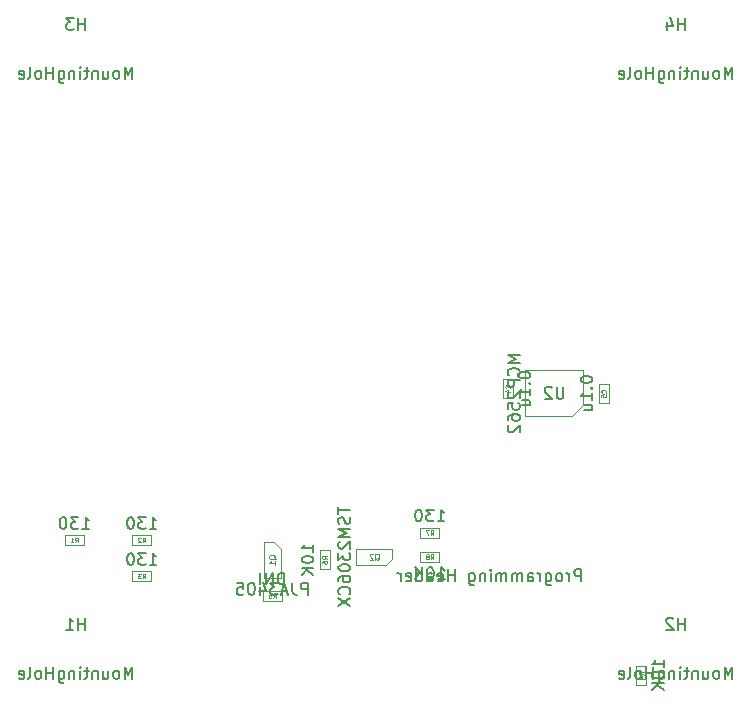
<source format=gbr>
G04 #@! TF.GenerationSoftware,KiCad,Pcbnew,9.0.6*
G04 #@! TF.CreationDate,2026-01-15T23:38:00-05:00*
G04 #@! TF.ProjectId,telemetry_transmitter,74656c65-6d65-4747-9279-5f7472616e73,rev?*
G04 #@! TF.SameCoordinates,Original*
G04 #@! TF.FileFunction,AssemblyDrawing,Bot*
%FSLAX46Y46*%
G04 Gerber Fmt 4.6, Leading zero omitted, Abs format (unit mm)*
G04 Created by KiCad (PCBNEW 9.0.6) date 2026-01-15 23:38:00*
%MOMM*%
%LPD*%
G01*
G04 APERTURE LIST*
%ADD10C,0.150000*%
%ADD11C,0.060000*%
%ADD12C,0.075000*%
%ADD13C,0.100000*%
G04 APERTURE END LIST*
D10*
X142957466Y-119471619D02*
X143528894Y-119471619D01*
X143243180Y-119471619D02*
X143243180Y-118471619D01*
X143243180Y-118471619D02*
X143338418Y-118614476D01*
X143338418Y-118614476D02*
X143433656Y-118709714D01*
X143433656Y-118709714D02*
X143528894Y-118757333D01*
X142624132Y-118471619D02*
X142005085Y-118471619D01*
X142005085Y-118471619D02*
X142338418Y-118852571D01*
X142338418Y-118852571D02*
X142195561Y-118852571D01*
X142195561Y-118852571D02*
X142100323Y-118900190D01*
X142100323Y-118900190D02*
X142052704Y-118947809D01*
X142052704Y-118947809D02*
X142005085Y-119043047D01*
X142005085Y-119043047D02*
X142005085Y-119281142D01*
X142005085Y-119281142D02*
X142052704Y-119376380D01*
X142052704Y-119376380D02*
X142100323Y-119424000D01*
X142100323Y-119424000D02*
X142195561Y-119471619D01*
X142195561Y-119471619D02*
X142481275Y-119471619D01*
X142481275Y-119471619D02*
X142576513Y-119424000D01*
X142576513Y-119424000D02*
X142624132Y-119376380D01*
X141386037Y-118471619D02*
X141290799Y-118471619D01*
X141290799Y-118471619D02*
X141195561Y-118519238D01*
X141195561Y-118519238D02*
X141147942Y-118566857D01*
X141147942Y-118566857D02*
X141100323Y-118662095D01*
X141100323Y-118662095D02*
X141052704Y-118852571D01*
X141052704Y-118852571D02*
X141052704Y-119090666D01*
X141052704Y-119090666D02*
X141100323Y-119281142D01*
X141100323Y-119281142D02*
X141147942Y-119376380D01*
X141147942Y-119376380D02*
X141195561Y-119424000D01*
X141195561Y-119424000D02*
X141290799Y-119471619D01*
X141290799Y-119471619D02*
X141386037Y-119471619D01*
X141386037Y-119471619D02*
X141481275Y-119424000D01*
X141481275Y-119424000D02*
X141528894Y-119376380D01*
X141528894Y-119376380D02*
X141576513Y-119281142D01*
X141576513Y-119281142D02*
X141624132Y-119090666D01*
X141624132Y-119090666D02*
X141624132Y-118852571D01*
X141624132Y-118852571D02*
X141576513Y-118662095D01*
X141576513Y-118662095D02*
X141528894Y-118566857D01*
X141528894Y-118566857D02*
X141481275Y-118519238D01*
X141481275Y-118519238D02*
X141386037Y-118471619D01*
D11*
X142357466Y-120628727D02*
X142490799Y-120438251D01*
X142586037Y-120628727D02*
X142586037Y-120228727D01*
X142586037Y-120228727D02*
X142433656Y-120228727D01*
X142433656Y-120228727D02*
X142395561Y-120247775D01*
X142395561Y-120247775D02*
X142376514Y-120266822D01*
X142376514Y-120266822D02*
X142357466Y-120304918D01*
X142357466Y-120304918D02*
X142357466Y-120362060D01*
X142357466Y-120362060D02*
X142376514Y-120400156D01*
X142376514Y-120400156D02*
X142395561Y-120419203D01*
X142395561Y-120419203D02*
X142433656Y-120438251D01*
X142433656Y-120438251D02*
X142586037Y-120438251D01*
X142224133Y-120228727D02*
X141957466Y-120228727D01*
X141957466Y-120228727D02*
X142128895Y-120628727D01*
D10*
X149779619Y-107040514D02*
X149779619Y-107135752D01*
X149779619Y-107135752D02*
X149827238Y-107230990D01*
X149827238Y-107230990D02*
X149874857Y-107278609D01*
X149874857Y-107278609D02*
X149970095Y-107326228D01*
X149970095Y-107326228D02*
X150160571Y-107373847D01*
X150160571Y-107373847D02*
X150398666Y-107373847D01*
X150398666Y-107373847D02*
X150589142Y-107326228D01*
X150589142Y-107326228D02*
X150684380Y-107278609D01*
X150684380Y-107278609D02*
X150732000Y-107230990D01*
X150732000Y-107230990D02*
X150779619Y-107135752D01*
X150779619Y-107135752D02*
X150779619Y-107040514D01*
X150779619Y-107040514D02*
X150732000Y-106945276D01*
X150732000Y-106945276D02*
X150684380Y-106897657D01*
X150684380Y-106897657D02*
X150589142Y-106850038D01*
X150589142Y-106850038D02*
X150398666Y-106802419D01*
X150398666Y-106802419D02*
X150160571Y-106802419D01*
X150160571Y-106802419D02*
X149970095Y-106850038D01*
X149970095Y-106850038D02*
X149874857Y-106897657D01*
X149874857Y-106897657D02*
X149827238Y-106945276D01*
X149827238Y-106945276D02*
X149779619Y-107040514D01*
X150684380Y-107802419D02*
X150732000Y-107850038D01*
X150732000Y-107850038D02*
X150779619Y-107802419D01*
X150779619Y-107802419D02*
X150732000Y-107754800D01*
X150732000Y-107754800D02*
X150684380Y-107802419D01*
X150684380Y-107802419D02*
X150779619Y-107802419D01*
X150779619Y-108802418D02*
X150779619Y-108230990D01*
X150779619Y-108516704D02*
X149779619Y-108516704D01*
X149779619Y-108516704D02*
X149922476Y-108421466D01*
X149922476Y-108421466D02*
X150017714Y-108326228D01*
X150017714Y-108326228D02*
X150065333Y-108230990D01*
X150112952Y-109659561D02*
X150779619Y-109659561D01*
X150112952Y-109230990D02*
X150636761Y-109230990D01*
X150636761Y-109230990D02*
X150732000Y-109278609D01*
X150732000Y-109278609D02*
X150779619Y-109373847D01*
X150779619Y-109373847D02*
X150779619Y-109516704D01*
X150779619Y-109516704D02*
X150732000Y-109611942D01*
X150732000Y-109611942D02*
X150684380Y-109659561D01*
D11*
X149038632Y-108188133D02*
X149057680Y-108169085D01*
X149057680Y-108169085D02*
X149076727Y-108111943D01*
X149076727Y-108111943D02*
X149076727Y-108073847D01*
X149076727Y-108073847D02*
X149057680Y-108016704D01*
X149057680Y-108016704D02*
X149019584Y-107978609D01*
X149019584Y-107978609D02*
X148981489Y-107959562D01*
X148981489Y-107959562D02*
X148905299Y-107940514D01*
X148905299Y-107940514D02*
X148848156Y-107940514D01*
X148848156Y-107940514D02*
X148771965Y-107959562D01*
X148771965Y-107959562D02*
X148733870Y-107978609D01*
X148733870Y-107978609D02*
X148695775Y-108016704D01*
X148695775Y-108016704D02*
X148676727Y-108073847D01*
X148676727Y-108073847D02*
X148676727Y-108111943D01*
X148676727Y-108111943D02*
X148695775Y-108169085D01*
X148695775Y-108169085D02*
X148714822Y-108188133D01*
X148810060Y-108530990D02*
X149076727Y-108530990D01*
X148657680Y-108435752D02*
X148943394Y-108340514D01*
X148943394Y-108340514D02*
X148943394Y-108588133D01*
D10*
X155047619Y-107421514D02*
X155047619Y-107516752D01*
X155047619Y-107516752D02*
X155095238Y-107611990D01*
X155095238Y-107611990D02*
X155142857Y-107659609D01*
X155142857Y-107659609D02*
X155238095Y-107707228D01*
X155238095Y-107707228D02*
X155428571Y-107754847D01*
X155428571Y-107754847D02*
X155666666Y-107754847D01*
X155666666Y-107754847D02*
X155857142Y-107707228D01*
X155857142Y-107707228D02*
X155952380Y-107659609D01*
X155952380Y-107659609D02*
X156000000Y-107611990D01*
X156000000Y-107611990D02*
X156047619Y-107516752D01*
X156047619Y-107516752D02*
X156047619Y-107421514D01*
X156047619Y-107421514D02*
X156000000Y-107326276D01*
X156000000Y-107326276D02*
X155952380Y-107278657D01*
X155952380Y-107278657D02*
X155857142Y-107231038D01*
X155857142Y-107231038D02*
X155666666Y-107183419D01*
X155666666Y-107183419D02*
X155428571Y-107183419D01*
X155428571Y-107183419D02*
X155238095Y-107231038D01*
X155238095Y-107231038D02*
X155142857Y-107278657D01*
X155142857Y-107278657D02*
X155095238Y-107326276D01*
X155095238Y-107326276D02*
X155047619Y-107421514D01*
X155952380Y-108183419D02*
X156000000Y-108231038D01*
X156000000Y-108231038D02*
X156047619Y-108183419D01*
X156047619Y-108183419D02*
X156000000Y-108135800D01*
X156000000Y-108135800D02*
X155952380Y-108183419D01*
X155952380Y-108183419D02*
X156047619Y-108183419D01*
X156047619Y-109183418D02*
X156047619Y-108611990D01*
X156047619Y-108897704D02*
X155047619Y-108897704D01*
X155047619Y-108897704D02*
X155190476Y-108802466D01*
X155190476Y-108802466D02*
X155285714Y-108707228D01*
X155285714Y-108707228D02*
X155333333Y-108611990D01*
X155380952Y-110040561D02*
X156047619Y-110040561D01*
X155380952Y-109611990D02*
X155904761Y-109611990D01*
X155904761Y-109611990D02*
X156000000Y-109659609D01*
X156000000Y-109659609D02*
X156047619Y-109754847D01*
X156047619Y-109754847D02*
X156047619Y-109897704D01*
X156047619Y-109897704D02*
X156000000Y-109992942D01*
X156000000Y-109992942D02*
X155952380Y-110040561D01*
D11*
X157166632Y-108569133D02*
X157185680Y-108550085D01*
X157185680Y-108550085D02*
X157204727Y-108492943D01*
X157204727Y-108492943D02*
X157204727Y-108454847D01*
X157204727Y-108454847D02*
X157185680Y-108397704D01*
X157185680Y-108397704D02*
X157147584Y-108359609D01*
X157147584Y-108359609D02*
X157109489Y-108340562D01*
X157109489Y-108340562D02*
X157033299Y-108321514D01*
X157033299Y-108321514D02*
X156976156Y-108321514D01*
X156976156Y-108321514D02*
X156899965Y-108340562D01*
X156899965Y-108340562D02*
X156861870Y-108359609D01*
X156861870Y-108359609D02*
X156823775Y-108397704D01*
X156823775Y-108397704D02*
X156804727Y-108454847D01*
X156804727Y-108454847D02*
X156804727Y-108492943D01*
X156804727Y-108492943D02*
X156823775Y-108550085D01*
X156823775Y-108550085D02*
X156842822Y-108569133D01*
X156804727Y-108931038D02*
X156804727Y-108740562D01*
X156804727Y-108740562D02*
X156995203Y-108721514D01*
X156995203Y-108721514D02*
X156976156Y-108740562D01*
X156976156Y-108740562D02*
X156957108Y-108778657D01*
X156957108Y-108778657D02*
X156957108Y-108873895D01*
X156957108Y-108873895D02*
X156976156Y-108911990D01*
X156976156Y-108911990D02*
X156995203Y-108931038D01*
X156995203Y-108931038D02*
X157033299Y-108950085D01*
X157033299Y-108950085D02*
X157128537Y-108950085D01*
X157128537Y-108950085D02*
X157166632Y-108931038D01*
X157166632Y-108931038D02*
X157185680Y-108911990D01*
X157185680Y-108911990D02*
X157204727Y-108873895D01*
X157204727Y-108873895D02*
X157204727Y-108778657D01*
X157204727Y-108778657D02*
X157185680Y-108740562D01*
X157185680Y-108740562D02*
X157166632Y-108721514D01*
D10*
X112858466Y-120106619D02*
X113429894Y-120106619D01*
X113144180Y-120106619D02*
X113144180Y-119106619D01*
X113144180Y-119106619D02*
X113239418Y-119249476D01*
X113239418Y-119249476D02*
X113334656Y-119344714D01*
X113334656Y-119344714D02*
X113429894Y-119392333D01*
X112525132Y-119106619D02*
X111906085Y-119106619D01*
X111906085Y-119106619D02*
X112239418Y-119487571D01*
X112239418Y-119487571D02*
X112096561Y-119487571D01*
X112096561Y-119487571D02*
X112001323Y-119535190D01*
X112001323Y-119535190D02*
X111953704Y-119582809D01*
X111953704Y-119582809D02*
X111906085Y-119678047D01*
X111906085Y-119678047D02*
X111906085Y-119916142D01*
X111906085Y-119916142D02*
X111953704Y-120011380D01*
X111953704Y-120011380D02*
X112001323Y-120059000D01*
X112001323Y-120059000D02*
X112096561Y-120106619D01*
X112096561Y-120106619D02*
X112382275Y-120106619D01*
X112382275Y-120106619D02*
X112477513Y-120059000D01*
X112477513Y-120059000D02*
X112525132Y-120011380D01*
X111287037Y-119106619D02*
X111191799Y-119106619D01*
X111191799Y-119106619D02*
X111096561Y-119154238D01*
X111096561Y-119154238D02*
X111048942Y-119201857D01*
X111048942Y-119201857D02*
X111001323Y-119297095D01*
X111001323Y-119297095D02*
X110953704Y-119487571D01*
X110953704Y-119487571D02*
X110953704Y-119725666D01*
X110953704Y-119725666D02*
X111001323Y-119916142D01*
X111001323Y-119916142D02*
X111048942Y-120011380D01*
X111048942Y-120011380D02*
X111096561Y-120059000D01*
X111096561Y-120059000D02*
X111191799Y-120106619D01*
X111191799Y-120106619D02*
X111287037Y-120106619D01*
X111287037Y-120106619D02*
X111382275Y-120059000D01*
X111382275Y-120059000D02*
X111429894Y-120011380D01*
X111429894Y-120011380D02*
X111477513Y-119916142D01*
X111477513Y-119916142D02*
X111525132Y-119725666D01*
X111525132Y-119725666D02*
X111525132Y-119487571D01*
X111525132Y-119487571D02*
X111477513Y-119297095D01*
X111477513Y-119297095D02*
X111429894Y-119201857D01*
X111429894Y-119201857D02*
X111382275Y-119154238D01*
X111382275Y-119154238D02*
X111287037Y-119106619D01*
D11*
X112258466Y-121263727D02*
X112391799Y-121073251D01*
X112487037Y-121263727D02*
X112487037Y-120863727D01*
X112487037Y-120863727D02*
X112334656Y-120863727D01*
X112334656Y-120863727D02*
X112296561Y-120882775D01*
X112296561Y-120882775D02*
X112277514Y-120901822D01*
X112277514Y-120901822D02*
X112258466Y-120939918D01*
X112258466Y-120939918D02*
X112258466Y-120997060D01*
X112258466Y-120997060D02*
X112277514Y-121035156D01*
X112277514Y-121035156D02*
X112296561Y-121054203D01*
X112296561Y-121054203D02*
X112334656Y-121073251D01*
X112334656Y-121073251D02*
X112487037Y-121073251D01*
X111877514Y-121263727D02*
X112106085Y-121263727D01*
X111991799Y-121263727D02*
X111991799Y-120863727D01*
X111991799Y-120863727D02*
X112029895Y-120920870D01*
X112029895Y-120920870D02*
X112067990Y-120958965D01*
X112067990Y-120958965D02*
X112106085Y-120978013D01*
D10*
X162082619Y-131821323D02*
X162082619Y-131249895D01*
X162082619Y-131535609D02*
X161082619Y-131535609D01*
X161082619Y-131535609D02*
X161225476Y-131440371D01*
X161225476Y-131440371D02*
X161320714Y-131345133D01*
X161320714Y-131345133D02*
X161368333Y-131249895D01*
X161082619Y-132440371D02*
X161082619Y-132535609D01*
X161082619Y-132535609D02*
X161130238Y-132630847D01*
X161130238Y-132630847D02*
X161177857Y-132678466D01*
X161177857Y-132678466D02*
X161273095Y-132726085D01*
X161273095Y-132726085D02*
X161463571Y-132773704D01*
X161463571Y-132773704D02*
X161701666Y-132773704D01*
X161701666Y-132773704D02*
X161892142Y-132726085D01*
X161892142Y-132726085D02*
X161987380Y-132678466D01*
X161987380Y-132678466D02*
X162035000Y-132630847D01*
X162035000Y-132630847D02*
X162082619Y-132535609D01*
X162082619Y-132535609D02*
X162082619Y-132440371D01*
X162082619Y-132440371D02*
X162035000Y-132345133D01*
X162035000Y-132345133D02*
X161987380Y-132297514D01*
X161987380Y-132297514D02*
X161892142Y-132249895D01*
X161892142Y-132249895D02*
X161701666Y-132202276D01*
X161701666Y-132202276D02*
X161463571Y-132202276D01*
X161463571Y-132202276D02*
X161273095Y-132249895D01*
X161273095Y-132249895D02*
X161177857Y-132297514D01*
X161177857Y-132297514D02*
X161130238Y-132345133D01*
X161130238Y-132345133D02*
X161082619Y-132440371D01*
X162082619Y-133202276D02*
X161082619Y-133202276D01*
X162082619Y-133773704D02*
X161511190Y-133345133D01*
X161082619Y-133773704D02*
X161654047Y-133202276D01*
D11*
X160379727Y-132445133D02*
X160189251Y-132311800D01*
X160379727Y-132216562D02*
X159979727Y-132216562D01*
X159979727Y-132216562D02*
X159979727Y-132368943D01*
X159979727Y-132368943D02*
X159998775Y-132407038D01*
X159998775Y-132407038D02*
X160017822Y-132426085D01*
X160017822Y-132426085D02*
X160055918Y-132445133D01*
X160055918Y-132445133D02*
X160113060Y-132445133D01*
X160113060Y-132445133D02*
X160151156Y-132426085D01*
X160151156Y-132426085D02*
X160170203Y-132407038D01*
X160170203Y-132407038D02*
X160189251Y-132368943D01*
X160189251Y-132368943D02*
X160189251Y-132216562D01*
X160113060Y-132787990D02*
X160379727Y-132787990D01*
X159960680Y-132692752D02*
X160246394Y-132597514D01*
X160246394Y-132597514D02*
X160246394Y-132845133D01*
D10*
X149886619Y-105397705D02*
X148886619Y-105397705D01*
X148886619Y-105397705D02*
X149600904Y-105731038D01*
X149600904Y-105731038D02*
X148886619Y-106064371D01*
X148886619Y-106064371D02*
X149886619Y-106064371D01*
X149791380Y-107111990D02*
X149839000Y-107064371D01*
X149839000Y-107064371D02*
X149886619Y-106921514D01*
X149886619Y-106921514D02*
X149886619Y-106826276D01*
X149886619Y-106826276D02*
X149839000Y-106683419D01*
X149839000Y-106683419D02*
X149743761Y-106588181D01*
X149743761Y-106588181D02*
X149648523Y-106540562D01*
X149648523Y-106540562D02*
X149458047Y-106492943D01*
X149458047Y-106492943D02*
X149315190Y-106492943D01*
X149315190Y-106492943D02*
X149124714Y-106540562D01*
X149124714Y-106540562D02*
X149029476Y-106588181D01*
X149029476Y-106588181D02*
X148934238Y-106683419D01*
X148934238Y-106683419D02*
X148886619Y-106826276D01*
X148886619Y-106826276D02*
X148886619Y-106921514D01*
X148886619Y-106921514D02*
X148934238Y-107064371D01*
X148934238Y-107064371D02*
X148981857Y-107111990D01*
X149886619Y-107540562D02*
X148886619Y-107540562D01*
X148886619Y-107540562D02*
X148886619Y-107921514D01*
X148886619Y-107921514D02*
X148934238Y-108016752D01*
X148934238Y-108016752D02*
X148981857Y-108064371D01*
X148981857Y-108064371D02*
X149077095Y-108111990D01*
X149077095Y-108111990D02*
X149219952Y-108111990D01*
X149219952Y-108111990D02*
X149315190Y-108064371D01*
X149315190Y-108064371D02*
X149362809Y-108016752D01*
X149362809Y-108016752D02*
X149410428Y-107921514D01*
X149410428Y-107921514D02*
X149410428Y-107540562D01*
X148981857Y-108492943D02*
X148934238Y-108540562D01*
X148934238Y-108540562D02*
X148886619Y-108635800D01*
X148886619Y-108635800D02*
X148886619Y-108873895D01*
X148886619Y-108873895D02*
X148934238Y-108969133D01*
X148934238Y-108969133D02*
X148981857Y-109016752D01*
X148981857Y-109016752D02*
X149077095Y-109064371D01*
X149077095Y-109064371D02*
X149172333Y-109064371D01*
X149172333Y-109064371D02*
X149315190Y-109016752D01*
X149315190Y-109016752D02*
X149886619Y-108445324D01*
X149886619Y-108445324D02*
X149886619Y-109064371D01*
X148886619Y-109969133D02*
X148886619Y-109492943D01*
X148886619Y-109492943D02*
X149362809Y-109445324D01*
X149362809Y-109445324D02*
X149315190Y-109492943D01*
X149315190Y-109492943D02*
X149267571Y-109588181D01*
X149267571Y-109588181D02*
X149267571Y-109826276D01*
X149267571Y-109826276D02*
X149315190Y-109921514D01*
X149315190Y-109921514D02*
X149362809Y-109969133D01*
X149362809Y-109969133D02*
X149458047Y-110016752D01*
X149458047Y-110016752D02*
X149696142Y-110016752D01*
X149696142Y-110016752D02*
X149791380Y-109969133D01*
X149791380Y-109969133D02*
X149839000Y-109921514D01*
X149839000Y-109921514D02*
X149886619Y-109826276D01*
X149886619Y-109826276D02*
X149886619Y-109588181D01*
X149886619Y-109588181D02*
X149839000Y-109492943D01*
X149839000Y-109492943D02*
X149791380Y-109445324D01*
X148886619Y-110873895D02*
X148886619Y-110683419D01*
X148886619Y-110683419D02*
X148934238Y-110588181D01*
X148934238Y-110588181D02*
X148981857Y-110540562D01*
X148981857Y-110540562D02*
X149124714Y-110445324D01*
X149124714Y-110445324D02*
X149315190Y-110397705D01*
X149315190Y-110397705D02*
X149696142Y-110397705D01*
X149696142Y-110397705D02*
X149791380Y-110445324D01*
X149791380Y-110445324D02*
X149839000Y-110492943D01*
X149839000Y-110492943D02*
X149886619Y-110588181D01*
X149886619Y-110588181D02*
X149886619Y-110778657D01*
X149886619Y-110778657D02*
X149839000Y-110873895D01*
X149839000Y-110873895D02*
X149791380Y-110921514D01*
X149791380Y-110921514D02*
X149696142Y-110969133D01*
X149696142Y-110969133D02*
X149458047Y-110969133D01*
X149458047Y-110969133D02*
X149362809Y-110921514D01*
X149362809Y-110921514D02*
X149315190Y-110873895D01*
X149315190Y-110873895D02*
X149267571Y-110778657D01*
X149267571Y-110778657D02*
X149267571Y-110588181D01*
X149267571Y-110588181D02*
X149315190Y-110492943D01*
X149315190Y-110492943D02*
X149362809Y-110445324D01*
X149362809Y-110445324D02*
X149458047Y-110397705D01*
X148981857Y-111350086D02*
X148934238Y-111397705D01*
X148934238Y-111397705D02*
X148886619Y-111492943D01*
X148886619Y-111492943D02*
X148886619Y-111731038D01*
X148886619Y-111731038D02*
X148934238Y-111826276D01*
X148934238Y-111826276D02*
X148981857Y-111873895D01*
X148981857Y-111873895D02*
X149077095Y-111921514D01*
X149077095Y-111921514D02*
X149172333Y-111921514D01*
X149172333Y-111921514D02*
X149315190Y-111873895D01*
X149315190Y-111873895D02*
X149886619Y-111302467D01*
X149886619Y-111302467D02*
X149886619Y-111921514D01*
X153593704Y-108090619D02*
X153593704Y-108900142D01*
X153593704Y-108900142D02*
X153546085Y-108995380D01*
X153546085Y-108995380D02*
X153498466Y-109043000D01*
X153498466Y-109043000D02*
X153403228Y-109090619D01*
X153403228Y-109090619D02*
X153212752Y-109090619D01*
X153212752Y-109090619D02*
X153117514Y-109043000D01*
X153117514Y-109043000D02*
X153069895Y-108995380D01*
X153069895Y-108995380D02*
X153022276Y-108900142D01*
X153022276Y-108900142D02*
X153022276Y-108090619D01*
X152593704Y-108185857D02*
X152546085Y-108138238D01*
X152546085Y-108138238D02*
X152450847Y-108090619D01*
X152450847Y-108090619D02*
X152212752Y-108090619D01*
X152212752Y-108090619D02*
X152117514Y-108138238D01*
X152117514Y-108138238D02*
X152069895Y-108185857D01*
X152069895Y-108185857D02*
X152022276Y-108281095D01*
X152022276Y-108281095D02*
X152022276Y-108376333D01*
X152022276Y-108376333D02*
X152069895Y-108519190D01*
X152069895Y-108519190D02*
X152641323Y-109090619D01*
X152641323Y-109090619D02*
X152022276Y-109090619D01*
X129979608Y-124805619D02*
X129979608Y-123805619D01*
X129979608Y-123805619D02*
X129741513Y-123805619D01*
X129741513Y-123805619D02*
X129598656Y-123853238D01*
X129598656Y-123853238D02*
X129503418Y-123948476D01*
X129503418Y-123948476D02*
X129455799Y-124043714D01*
X129455799Y-124043714D02*
X129408180Y-124234190D01*
X129408180Y-124234190D02*
X129408180Y-124377047D01*
X129408180Y-124377047D02*
X129455799Y-124567523D01*
X129455799Y-124567523D02*
X129503418Y-124662761D01*
X129503418Y-124662761D02*
X129598656Y-124758000D01*
X129598656Y-124758000D02*
X129741513Y-124805619D01*
X129741513Y-124805619D02*
X129979608Y-124805619D01*
X128979608Y-124805619D02*
X128979608Y-123805619D01*
X128979608Y-123805619D02*
X128408180Y-124805619D01*
X128408180Y-124805619D02*
X128408180Y-123805619D01*
X127931989Y-124805619D02*
X127931989Y-123805619D01*
D11*
X129022466Y-125962727D02*
X129155799Y-125772251D01*
X129251037Y-125962727D02*
X129251037Y-125562727D01*
X129251037Y-125562727D02*
X129098656Y-125562727D01*
X129098656Y-125562727D02*
X129060561Y-125581775D01*
X129060561Y-125581775D02*
X129041514Y-125600822D01*
X129041514Y-125600822D02*
X129022466Y-125638918D01*
X129022466Y-125638918D02*
X129022466Y-125696060D01*
X129022466Y-125696060D02*
X129041514Y-125734156D01*
X129041514Y-125734156D02*
X129060561Y-125753203D01*
X129060561Y-125753203D02*
X129098656Y-125772251D01*
X129098656Y-125772251D02*
X129251037Y-125772251D01*
X128660561Y-125562727D02*
X128851037Y-125562727D01*
X128851037Y-125562727D02*
X128870085Y-125753203D01*
X128870085Y-125753203D02*
X128851037Y-125734156D01*
X128851037Y-125734156D02*
X128812942Y-125715108D01*
X128812942Y-125715108D02*
X128717704Y-125715108D01*
X128717704Y-125715108D02*
X128679609Y-125734156D01*
X128679609Y-125734156D02*
X128660561Y-125753203D01*
X128660561Y-125753203D02*
X128641514Y-125791299D01*
X128641514Y-125791299D02*
X128641514Y-125886537D01*
X128641514Y-125886537D02*
X128660561Y-125924632D01*
X128660561Y-125924632D02*
X128679609Y-125943680D01*
X128679609Y-125943680D02*
X128717704Y-125962727D01*
X128717704Y-125962727D02*
X128812942Y-125962727D01*
X128812942Y-125962727D02*
X128851037Y-125943680D01*
X128851037Y-125943680D02*
X128870085Y-125924632D01*
D10*
X131931990Y-125687619D02*
X131931990Y-124687619D01*
X131931990Y-124687619D02*
X131551038Y-124687619D01*
X131551038Y-124687619D02*
X131455800Y-124735238D01*
X131455800Y-124735238D02*
X131408181Y-124782857D01*
X131408181Y-124782857D02*
X131360562Y-124878095D01*
X131360562Y-124878095D02*
X131360562Y-125020952D01*
X131360562Y-125020952D02*
X131408181Y-125116190D01*
X131408181Y-125116190D02*
X131455800Y-125163809D01*
X131455800Y-125163809D02*
X131551038Y-125211428D01*
X131551038Y-125211428D02*
X131931990Y-125211428D01*
X130646276Y-124687619D02*
X130646276Y-125401904D01*
X130646276Y-125401904D02*
X130693895Y-125544761D01*
X130693895Y-125544761D02*
X130789133Y-125640000D01*
X130789133Y-125640000D02*
X130931990Y-125687619D01*
X130931990Y-125687619D02*
X131027228Y-125687619D01*
X130217704Y-125401904D02*
X129741514Y-125401904D01*
X130312942Y-125687619D02*
X129979609Y-124687619D01*
X129979609Y-124687619D02*
X129646276Y-125687619D01*
X129408180Y-124687619D02*
X128789133Y-124687619D01*
X128789133Y-124687619D02*
X129122466Y-125068571D01*
X129122466Y-125068571D02*
X128979609Y-125068571D01*
X128979609Y-125068571D02*
X128884371Y-125116190D01*
X128884371Y-125116190D02*
X128836752Y-125163809D01*
X128836752Y-125163809D02*
X128789133Y-125259047D01*
X128789133Y-125259047D02*
X128789133Y-125497142D01*
X128789133Y-125497142D02*
X128836752Y-125592380D01*
X128836752Y-125592380D02*
X128884371Y-125640000D01*
X128884371Y-125640000D02*
X128979609Y-125687619D01*
X128979609Y-125687619D02*
X129265323Y-125687619D01*
X129265323Y-125687619D02*
X129360561Y-125640000D01*
X129360561Y-125640000D02*
X129408180Y-125592380D01*
X127931990Y-125020952D02*
X127931990Y-125687619D01*
X128170085Y-124640000D02*
X128408180Y-125354285D01*
X128408180Y-125354285D02*
X127789133Y-125354285D01*
X127217704Y-124687619D02*
X127122466Y-124687619D01*
X127122466Y-124687619D02*
X127027228Y-124735238D01*
X127027228Y-124735238D02*
X126979609Y-124782857D01*
X126979609Y-124782857D02*
X126931990Y-124878095D01*
X126931990Y-124878095D02*
X126884371Y-125068571D01*
X126884371Y-125068571D02*
X126884371Y-125306666D01*
X126884371Y-125306666D02*
X126931990Y-125497142D01*
X126931990Y-125497142D02*
X126979609Y-125592380D01*
X126979609Y-125592380D02*
X127027228Y-125640000D01*
X127027228Y-125640000D02*
X127122466Y-125687619D01*
X127122466Y-125687619D02*
X127217704Y-125687619D01*
X127217704Y-125687619D02*
X127312942Y-125640000D01*
X127312942Y-125640000D02*
X127360561Y-125592380D01*
X127360561Y-125592380D02*
X127408180Y-125497142D01*
X127408180Y-125497142D02*
X127455799Y-125306666D01*
X127455799Y-125306666D02*
X127455799Y-125068571D01*
X127455799Y-125068571D02*
X127408180Y-124878095D01*
X127408180Y-124878095D02*
X127360561Y-124782857D01*
X127360561Y-124782857D02*
X127312942Y-124735238D01*
X127312942Y-124735238D02*
X127217704Y-124687619D01*
X125979609Y-124687619D02*
X126455799Y-124687619D01*
X126455799Y-124687619D02*
X126503418Y-125163809D01*
X126503418Y-125163809D02*
X126455799Y-125116190D01*
X126455799Y-125116190D02*
X126360561Y-125068571D01*
X126360561Y-125068571D02*
X126122466Y-125068571D01*
X126122466Y-125068571D02*
X126027228Y-125116190D01*
X126027228Y-125116190D02*
X125979609Y-125163809D01*
X125979609Y-125163809D02*
X125931990Y-125259047D01*
X125931990Y-125259047D02*
X125931990Y-125497142D01*
X125931990Y-125497142D02*
X125979609Y-125592380D01*
X125979609Y-125592380D02*
X126027228Y-125640000D01*
X126027228Y-125640000D02*
X126122466Y-125687619D01*
X126122466Y-125687619D02*
X126360561Y-125687619D01*
X126360561Y-125687619D02*
X126455799Y-125640000D01*
X126455799Y-125640000D02*
X126503418Y-125592380D01*
D12*
X129230828Y-122685180D02*
X129207019Y-122637561D01*
X129207019Y-122637561D02*
X129159400Y-122589942D01*
X129159400Y-122589942D02*
X129087971Y-122518514D01*
X129087971Y-122518514D02*
X129064161Y-122470895D01*
X129064161Y-122470895D02*
X129064161Y-122423276D01*
X129183209Y-122447085D02*
X129159400Y-122399466D01*
X129159400Y-122399466D02*
X129111780Y-122351847D01*
X129111780Y-122351847D02*
X129016542Y-122328038D01*
X129016542Y-122328038D02*
X128849876Y-122328038D01*
X128849876Y-122328038D02*
X128754638Y-122351847D01*
X128754638Y-122351847D02*
X128707019Y-122399466D01*
X128707019Y-122399466D02*
X128683209Y-122447085D01*
X128683209Y-122447085D02*
X128683209Y-122542323D01*
X128683209Y-122542323D02*
X128707019Y-122589942D01*
X128707019Y-122589942D02*
X128754638Y-122637561D01*
X128754638Y-122637561D02*
X128849876Y-122661371D01*
X128849876Y-122661371D02*
X129016542Y-122661371D01*
X129016542Y-122661371D02*
X129111780Y-122637561D01*
X129111780Y-122637561D02*
X129159400Y-122589942D01*
X129159400Y-122589942D02*
X129183209Y-122542323D01*
X129183209Y-122542323D02*
X129183209Y-122447085D01*
X129183209Y-123137562D02*
X129183209Y-122851848D01*
X129183209Y-122994705D02*
X128683209Y-122994705D01*
X128683209Y-122994705D02*
X128754638Y-122947086D01*
X128754638Y-122947086D02*
X128802257Y-122899467D01*
X128802257Y-122899467D02*
X128826066Y-122851848D01*
D10*
X117104514Y-81998619D02*
X117104514Y-80998619D01*
X117104514Y-80998619D02*
X116771181Y-81712904D01*
X116771181Y-81712904D02*
X116437848Y-80998619D01*
X116437848Y-80998619D02*
X116437848Y-81998619D01*
X115818800Y-81998619D02*
X115914038Y-81951000D01*
X115914038Y-81951000D02*
X115961657Y-81903380D01*
X115961657Y-81903380D02*
X116009276Y-81808142D01*
X116009276Y-81808142D02*
X116009276Y-81522428D01*
X116009276Y-81522428D02*
X115961657Y-81427190D01*
X115961657Y-81427190D02*
X115914038Y-81379571D01*
X115914038Y-81379571D02*
X115818800Y-81331952D01*
X115818800Y-81331952D02*
X115675943Y-81331952D01*
X115675943Y-81331952D02*
X115580705Y-81379571D01*
X115580705Y-81379571D02*
X115533086Y-81427190D01*
X115533086Y-81427190D02*
X115485467Y-81522428D01*
X115485467Y-81522428D02*
X115485467Y-81808142D01*
X115485467Y-81808142D02*
X115533086Y-81903380D01*
X115533086Y-81903380D02*
X115580705Y-81951000D01*
X115580705Y-81951000D02*
X115675943Y-81998619D01*
X115675943Y-81998619D02*
X115818800Y-81998619D01*
X114628324Y-81331952D02*
X114628324Y-81998619D01*
X115056895Y-81331952D02*
X115056895Y-81855761D01*
X115056895Y-81855761D02*
X115009276Y-81951000D01*
X115009276Y-81951000D02*
X114914038Y-81998619D01*
X114914038Y-81998619D02*
X114771181Y-81998619D01*
X114771181Y-81998619D02*
X114675943Y-81951000D01*
X114675943Y-81951000D02*
X114628324Y-81903380D01*
X114152133Y-81331952D02*
X114152133Y-81998619D01*
X114152133Y-81427190D02*
X114104514Y-81379571D01*
X114104514Y-81379571D02*
X114009276Y-81331952D01*
X114009276Y-81331952D02*
X113866419Y-81331952D01*
X113866419Y-81331952D02*
X113771181Y-81379571D01*
X113771181Y-81379571D02*
X113723562Y-81474809D01*
X113723562Y-81474809D02*
X113723562Y-81998619D01*
X113390228Y-81331952D02*
X113009276Y-81331952D01*
X113247371Y-80998619D02*
X113247371Y-81855761D01*
X113247371Y-81855761D02*
X113199752Y-81951000D01*
X113199752Y-81951000D02*
X113104514Y-81998619D01*
X113104514Y-81998619D02*
X113009276Y-81998619D01*
X112675942Y-81998619D02*
X112675942Y-81331952D01*
X112675942Y-80998619D02*
X112723561Y-81046238D01*
X112723561Y-81046238D02*
X112675942Y-81093857D01*
X112675942Y-81093857D02*
X112628323Y-81046238D01*
X112628323Y-81046238D02*
X112675942Y-80998619D01*
X112675942Y-80998619D02*
X112675942Y-81093857D01*
X112199752Y-81331952D02*
X112199752Y-81998619D01*
X112199752Y-81427190D02*
X112152133Y-81379571D01*
X112152133Y-81379571D02*
X112056895Y-81331952D01*
X112056895Y-81331952D02*
X111914038Y-81331952D01*
X111914038Y-81331952D02*
X111818800Y-81379571D01*
X111818800Y-81379571D02*
X111771181Y-81474809D01*
X111771181Y-81474809D02*
X111771181Y-81998619D01*
X110866419Y-81331952D02*
X110866419Y-82141476D01*
X110866419Y-82141476D02*
X110914038Y-82236714D01*
X110914038Y-82236714D02*
X110961657Y-82284333D01*
X110961657Y-82284333D02*
X111056895Y-82331952D01*
X111056895Y-82331952D02*
X111199752Y-82331952D01*
X111199752Y-82331952D02*
X111294990Y-82284333D01*
X110866419Y-81951000D02*
X110961657Y-81998619D01*
X110961657Y-81998619D02*
X111152133Y-81998619D01*
X111152133Y-81998619D02*
X111247371Y-81951000D01*
X111247371Y-81951000D02*
X111294990Y-81903380D01*
X111294990Y-81903380D02*
X111342609Y-81808142D01*
X111342609Y-81808142D02*
X111342609Y-81522428D01*
X111342609Y-81522428D02*
X111294990Y-81427190D01*
X111294990Y-81427190D02*
X111247371Y-81379571D01*
X111247371Y-81379571D02*
X111152133Y-81331952D01*
X111152133Y-81331952D02*
X110961657Y-81331952D01*
X110961657Y-81331952D02*
X110866419Y-81379571D01*
X110390228Y-81998619D02*
X110390228Y-80998619D01*
X110390228Y-81474809D02*
X109818800Y-81474809D01*
X109818800Y-81998619D02*
X109818800Y-80998619D01*
X109199752Y-81998619D02*
X109294990Y-81951000D01*
X109294990Y-81951000D02*
X109342609Y-81903380D01*
X109342609Y-81903380D02*
X109390228Y-81808142D01*
X109390228Y-81808142D02*
X109390228Y-81522428D01*
X109390228Y-81522428D02*
X109342609Y-81427190D01*
X109342609Y-81427190D02*
X109294990Y-81379571D01*
X109294990Y-81379571D02*
X109199752Y-81331952D01*
X109199752Y-81331952D02*
X109056895Y-81331952D01*
X109056895Y-81331952D02*
X108961657Y-81379571D01*
X108961657Y-81379571D02*
X108914038Y-81427190D01*
X108914038Y-81427190D02*
X108866419Y-81522428D01*
X108866419Y-81522428D02*
X108866419Y-81808142D01*
X108866419Y-81808142D02*
X108914038Y-81903380D01*
X108914038Y-81903380D02*
X108961657Y-81951000D01*
X108961657Y-81951000D02*
X109056895Y-81998619D01*
X109056895Y-81998619D02*
X109199752Y-81998619D01*
X108294990Y-81998619D02*
X108390228Y-81951000D01*
X108390228Y-81951000D02*
X108437847Y-81855761D01*
X108437847Y-81855761D02*
X108437847Y-80998619D01*
X107533085Y-81951000D02*
X107628323Y-81998619D01*
X107628323Y-81998619D02*
X107818799Y-81998619D01*
X107818799Y-81998619D02*
X107914037Y-81951000D01*
X107914037Y-81951000D02*
X107961656Y-81855761D01*
X107961656Y-81855761D02*
X107961656Y-81474809D01*
X107961656Y-81474809D02*
X107914037Y-81379571D01*
X107914037Y-81379571D02*
X107818799Y-81331952D01*
X107818799Y-81331952D02*
X107628323Y-81331952D01*
X107628323Y-81331952D02*
X107533085Y-81379571D01*
X107533085Y-81379571D02*
X107485466Y-81474809D01*
X107485466Y-81474809D02*
X107485466Y-81570047D01*
X107485466Y-81570047D02*
X107961656Y-81665285D01*
X113080704Y-77848619D02*
X113080704Y-76848619D01*
X113080704Y-77324809D02*
X112509276Y-77324809D01*
X112509276Y-77848619D02*
X112509276Y-76848619D01*
X112128323Y-76848619D02*
X111509276Y-76848619D01*
X111509276Y-76848619D02*
X111842609Y-77229571D01*
X111842609Y-77229571D02*
X111699752Y-77229571D01*
X111699752Y-77229571D02*
X111604514Y-77277190D01*
X111604514Y-77277190D02*
X111556895Y-77324809D01*
X111556895Y-77324809D02*
X111509276Y-77420047D01*
X111509276Y-77420047D02*
X111509276Y-77658142D01*
X111509276Y-77658142D02*
X111556895Y-77753380D01*
X111556895Y-77753380D02*
X111604514Y-77801000D01*
X111604514Y-77801000D02*
X111699752Y-77848619D01*
X111699752Y-77848619D02*
X111985466Y-77848619D01*
X111985466Y-77848619D02*
X112080704Y-77801000D01*
X112080704Y-77801000D02*
X112128323Y-77753380D01*
X118573466Y-120106619D02*
X119144894Y-120106619D01*
X118859180Y-120106619D02*
X118859180Y-119106619D01*
X118859180Y-119106619D02*
X118954418Y-119249476D01*
X118954418Y-119249476D02*
X119049656Y-119344714D01*
X119049656Y-119344714D02*
X119144894Y-119392333D01*
X118240132Y-119106619D02*
X117621085Y-119106619D01*
X117621085Y-119106619D02*
X117954418Y-119487571D01*
X117954418Y-119487571D02*
X117811561Y-119487571D01*
X117811561Y-119487571D02*
X117716323Y-119535190D01*
X117716323Y-119535190D02*
X117668704Y-119582809D01*
X117668704Y-119582809D02*
X117621085Y-119678047D01*
X117621085Y-119678047D02*
X117621085Y-119916142D01*
X117621085Y-119916142D02*
X117668704Y-120011380D01*
X117668704Y-120011380D02*
X117716323Y-120059000D01*
X117716323Y-120059000D02*
X117811561Y-120106619D01*
X117811561Y-120106619D02*
X118097275Y-120106619D01*
X118097275Y-120106619D02*
X118192513Y-120059000D01*
X118192513Y-120059000D02*
X118240132Y-120011380D01*
X117002037Y-119106619D02*
X116906799Y-119106619D01*
X116906799Y-119106619D02*
X116811561Y-119154238D01*
X116811561Y-119154238D02*
X116763942Y-119201857D01*
X116763942Y-119201857D02*
X116716323Y-119297095D01*
X116716323Y-119297095D02*
X116668704Y-119487571D01*
X116668704Y-119487571D02*
X116668704Y-119725666D01*
X116668704Y-119725666D02*
X116716323Y-119916142D01*
X116716323Y-119916142D02*
X116763942Y-120011380D01*
X116763942Y-120011380D02*
X116811561Y-120059000D01*
X116811561Y-120059000D02*
X116906799Y-120106619D01*
X116906799Y-120106619D02*
X117002037Y-120106619D01*
X117002037Y-120106619D02*
X117097275Y-120059000D01*
X117097275Y-120059000D02*
X117144894Y-120011380D01*
X117144894Y-120011380D02*
X117192513Y-119916142D01*
X117192513Y-119916142D02*
X117240132Y-119725666D01*
X117240132Y-119725666D02*
X117240132Y-119487571D01*
X117240132Y-119487571D02*
X117192513Y-119297095D01*
X117192513Y-119297095D02*
X117144894Y-119201857D01*
X117144894Y-119201857D02*
X117097275Y-119154238D01*
X117097275Y-119154238D02*
X117002037Y-119106619D01*
D11*
X117973466Y-121263727D02*
X118106799Y-121073251D01*
X118202037Y-121263727D02*
X118202037Y-120863727D01*
X118202037Y-120863727D02*
X118049656Y-120863727D01*
X118049656Y-120863727D02*
X118011561Y-120882775D01*
X118011561Y-120882775D02*
X117992514Y-120901822D01*
X117992514Y-120901822D02*
X117973466Y-120939918D01*
X117973466Y-120939918D02*
X117973466Y-120997060D01*
X117973466Y-120997060D02*
X117992514Y-121035156D01*
X117992514Y-121035156D02*
X118011561Y-121054203D01*
X118011561Y-121054203D02*
X118049656Y-121073251D01*
X118049656Y-121073251D02*
X118202037Y-121073251D01*
X117821085Y-120901822D02*
X117802037Y-120882775D01*
X117802037Y-120882775D02*
X117763942Y-120863727D01*
X117763942Y-120863727D02*
X117668704Y-120863727D01*
X117668704Y-120863727D02*
X117630609Y-120882775D01*
X117630609Y-120882775D02*
X117611561Y-120901822D01*
X117611561Y-120901822D02*
X117592514Y-120939918D01*
X117592514Y-120939918D02*
X117592514Y-120978013D01*
X117592514Y-120978013D02*
X117611561Y-121035156D01*
X117611561Y-121035156D02*
X117840133Y-121263727D01*
X117840133Y-121263727D02*
X117592514Y-121263727D01*
D10*
X167904514Y-132798619D02*
X167904514Y-131798619D01*
X167904514Y-131798619D02*
X167571181Y-132512904D01*
X167571181Y-132512904D02*
X167237848Y-131798619D01*
X167237848Y-131798619D02*
X167237848Y-132798619D01*
X166618800Y-132798619D02*
X166714038Y-132751000D01*
X166714038Y-132751000D02*
X166761657Y-132703380D01*
X166761657Y-132703380D02*
X166809276Y-132608142D01*
X166809276Y-132608142D02*
X166809276Y-132322428D01*
X166809276Y-132322428D02*
X166761657Y-132227190D01*
X166761657Y-132227190D02*
X166714038Y-132179571D01*
X166714038Y-132179571D02*
X166618800Y-132131952D01*
X166618800Y-132131952D02*
X166475943Y-132131952D01*
X166475943Y-132131952D02*
X166380705Y-132179571D01*
X166380705Y-132179571D02*
X166333086Y-132227190D01*
X166333086Y-132227190D02*
X166285467Y-132322428D01*
X166285467Y-132322428D02*
X166285467Y-132608142D01*
X166285467Y-132608142D02*
X166333086Y-132703380D01*
X166333086Y-132703380D02*
X166380705Y-132751000D01*
X166380705Y-132751000D02*
X166475943Y-132798619D01*
X166475943Y-132798619D02*
X166618800Y-132798619D01*
X165428324Y-132131952D02*
X165428324Y-132798619D01*
X165856895Y-132131952D02*
X165856895Y-132655761D01*
X165856895Y-132655761D02*
X165809276Y-132751000D01*
X165809276Y-132751000D02*
X165714038Y-132798619D01*
X165714038Y-132798619D02*
X165571181Y-132798619D01*
X165571181Y-132798619D02*
X165475943Y-132751000D01*
X165475943Y-132751000D02*
X165428324Y-132703380D01*
X164952133Y-132131952D02*
X164952133Y-132798619D01*
X164952133Y-132227190D02*
X164904514Y-132179571D01*
X164904514Y-132179571D02*
X164809276Y-132131952D01*
X164809276Y-132131952D02*
X164666419Y-132131952D01*
X164666419Y-132131952D02*
X164571181Y-132179571D01*
X164571181Y-132179571D02*
X164523562Y-132274809D01*
X164523562Y-132274809D02*
X164523562Y-132798619D01*
X164190228Y-132131952D02*
X163809276Y-132131952D01*
X164047371Y-131798619D02*
X164047371Y-132655761D01*
X164047371Y-132655761D02*
X163999752Y-132751000D01*
X163999752Y-132751000D02*
X163904514Y-132798619D01*
X163904514Y-132798619D02*
X163809276Y-132798619D01*
X163475942Y-132798619D02*
X163475942Y-132131952D01*
X163475942Y-131798619D02*
X163523561Y-131846238D01*
X163523561Y-131846238D02*
X163475942Y-131893857D01*
X163475942Y-131893857D02*
X163428323Y-131846238D01*
X163428323Y-131846238D02*
X163475942Y-131798619D01*
X163475942Y-131798619D02*
X163475942Y-131893857D01*
X162999752Y-132131952D02*
X162999752Y-132798619D01*
X162999752Y-132227190D02*
X162952133Y-132179571D01*
X162952133Y-132179571D02*
X162856895Y-132131952D01*
X162856895Y-132131952D02*
X162714038Y-132131952D01*
X162714038Y-132131952D02*
X162618800Y-132179571D01*
X162618800Y-132179571D02*
X162571181Y-132274809D01*
X162571181Y-132274809D02*
X162571181Y-132798619D01*
X161666419Y-132131952D02*
X161666419Y-132941476D01*
X161666419Y-132941476D02*
X161714038Y-133036714D01*
X161714038Y-133036714D02*
X161761657Y-133084333D01*
X161761657Y-133084333D02*
X161856895Y-133131952D01*
X161856895Y-133131952D02*
X161999752Y-133131952D01*
X161999752Y-133131952D02*
X162094990Y-133084333D01*
X161666419Y-132751000D02*
X161761657Y-132798619D01*
X161761657Y-132798619D02*
X161952133Y-132798619D01*
X161952133Y-132798619D02*
X162047371Y-132751000D01*
X162047371Y-132751000D02*
X162094990Y-132703380D01*
X162094990Y-132703380D02*
X162142609Y-132608142D01*
X162142609Y-132608142D02*
X162142609Y-132322428D01*
X162142609Y-132322428D02*
X162094990Y-132227190D01*
X162094990Y-132227190D02*
X162047371Y-132179571D01*
X162047371Y-132179571D02*
X161952133Y-132131952D01*
X161952133Y-132131952D02*
X161761657Y-132131952D01*
X161761657Y-132131952D02*
X161666419Y-132179571D01*
X161190228Y-132798619D02*
X161190228Y-131798619D01*
X161190228Y-132274809D02*
X160618800Y-132274809D01*
X160618800Y-132798619D02*
X160618800Y-131798619D01*
X159999752Y-132798619D02*
X160094990Y-132751000D01*
X160094990Y-132751000D02*
X160142609Y-132703380D01*
X160142609Y-132703380D02*
X160190228Y-132608142D01*
X160190228Y-132608142D02*
X160190228Y-132322428D01*
X160190228Y-132322428D02*
X160142609Y-132227190D01*
X160142609Y-132227190D02*
X160094990Y-132179571D01*
X160094990Y-132179571D02*
X159999752Y-132131952D01*
X159999752Y-132131952D02*
X159856895Y-132131952D01*
X159856895Y-132131952D02*
X159761657Y-132179571D01*
X159761657Y-132179571D02*
X159714038Y-132227190D01*
X159714038Y-132227190D02*
X159666419Y-132322428D01*
X159666419Y-132322428D02*
X159666419Y-132608142D01*
X159666419Y-132608142D02*
X159714038Y-132703380D01*
X159714038Y-132703380D02*
X159761657Y-132751000D01*
X159761657Y-132751000D02*
X159856895Y-132798619D01*
X159856895Y-132798619D02*
X159999752Y-132798619D01*
X159094990Y-132798619D02*
X159190228Y-132751000D01*
X159190228Y-132751000D02*
X159237847Y-132655761D01*
X159237847Y-132655761D02*
X159237847Y-131798619D01*
X158333085Y-132751000D02*
X158428323Y-132798619D01*
X158428323Y-132798619D02*
X158618799Y-132798619D01*
X158618799Y-132798619D02*
X158714037Y-132751000D01*
X158714037Y-132751000D02*
X158761656Y-132655761D01*
X158761656Y-132655761D02*
X158761656Y-132274809D01*
X158761656Y-132274809D02*
X158714037Y-132179571D01*
X158714037Y-132179571D02*
X158618799Y-132131952D01*
X158618799Y-132131952D02*
X158428323Y-132131952D01*
X158428323Y-132131952D02*
X158333085Y-132179571D01*
X158333085Y-132179571D02*
X158285466Y-132274809D01*
X158285466Y-132274809D02*
X158285466Y-132370047D01*
X158285466Y-132370047D02*
X158761656Y-132465285D01*
X163880704Y-128648619D02*
X163880704Y-127648619D01*
X163880704Y-128124809D02*
X163309276Y-128124809D01*
X163309276Y-128648619D02*
X163309276Y-127648619D01*
X162880704Y-127743857D02*
X162833085Y-127696238D01*
X162833085Y-127696238D02*
X162737847Y-127648619D01*
X162737847Y-127648619D02*
X162499752Y-127648619D01*
X162499752Y-127648619D02*
X162404514Y-127696238D01*
X162404514Y-127696238D02*
X162356895Y-127743857D01*
X162356895Y-127743857D02*
X162309276Y-127839095D01*
X162309276Y-127839095D02*
X162309276Y-127934333D01*
X162309276Y-127934333D02*
X162356895Y-128077190D01*
X162356895Y-128077190D02*
X162928323Y-128648619D01*
X162928323Y-128648619D02*
X162309276Y-128648619D01*
X134546619Y-118264514D02*
X134546619Y-118835942D01*
X135546619Y-118550228D02*
X134546619Y-118550228D01*
X135499000Y-119121657D02*
X135546619Y-119264514D01*
X135546619Y-119264514D02*
X135546619Y-119502609D01*
X135546619Y-119502609D02*
X135499000Y-119597847D01*
X135499000Y-119597847D02*
X135451380Y-119645466D01*
X135451380Y-119645466D02*
X135356142Y-119693085D01*
X135356142Y-119693085D02*
X135260904Y-119693085D01*
X135260904Y-119693085D02*
X135165666Y-119645466D01*
X135165666Y-119645466D02*
X135118047Y-119597847D01*
X135118047Y-119597847D02*
X135070428Y-119502609D01*
X135070428Y-119502609D02*
X135022809Y-119312133D01*
X135022809Y-119312133D02*
X134975190Y-119216895D01*
X134975190Y-119216895D02*
X134927571Y-119169276D01*
X134927571Y-119169276D02*
X134832333Y-119121657D01*
X134832333Y-119121657D02*
X134737095Y-119121657D01*
X134737095Y-119121657D02*
X134641857Y-119169276D01*
X134641857Y-119169276D02*
X134594238Y-119216895D01*
X134594238Y-119216895D02*
X134546619Y-119312133D01*
X134546619Y-119312133D02*
X134546619Y-119550228D01*
X134546619Y-119550228D02*
X134594238Y-119693085D01*
X135546619Y-120121657D02*
X134546619Y-120121657D01*
X134546619Y-120121657D02*
X135260904Y-120454990D01*
X135260904Y-120454990D02*
X134546619Y-120788323D01*
X134546619Y-120788323D02*
X135546619Y-120788323D01*
X134641857Y-121216895D02*
X134594238Y-121264514D01*
X134594238Y-121264514D02*
X134546619Y-121359752D01*
X134546619Y-121359752D02*
X134546619Y-121597847D01*
X134546619Y-121597847D02*
X134594238Y-121693085D01*
X134594238Y-121693085D02*
X134641857Y-121740704D01*
X134641857Y-121740704D02*
X134737095Y-121788323D01*
X134737095Y-121788323D02*
X134832333Y-121788323D01*
X134832333Y-121788323D02*
X134975190Y-121740704D01*
X134975190Y-121740704D02*
X135546619Y-121169276D01*
X135546619Y-121169276D02*
X135546619Y-121788323D01*
X134546619Y-122121657D02*
X134546619Y-122740704D01*
X134546619Y-122740704D02*
X134927571Y-122407371D01*
X134927571Y-122407371D02*
X134927571Y-122550228D01*
X134927571Y-122550228D02*
X134975190Y-122645466D01*
X134975190Y-122645466D02*
X135022809Y-122693085D01*
X135022809Y-122693085D02*
X135118047Y-122740704D01*
X135118047Y-122740704D02*
X135356142Y-122740704D01*
X135356142Y-122740704D02*
X135451380Y-122693085D01*
X135451380Y-122693085D02*
X135499000Y-122645466D01*
X135499000Y-122645466D02*
X135546619Y-122550228D01*
X135546619Y-122550228D02*
X135546619Y-122264514D01*
X135546619Y-122264514D02*
X135499000Y-122169276D01*
X135499000Y-122169276D02*
X135451380Y-122121657D01*
X134546619Y-123359752D02*
X134546619Y-123454990D01*
X134546619Y-123454990D02*
X134594238Y-123550228D01*
X134594238Y-123550228D02*
X134641857Y-123597847D01*
X134641857Y-123597847D02*
X134737095Y-123645466D01*
X134737095Y-123645466D02*
X134927571Y-123693085D01*
X134927571Y-123693085D02*
X135165666Y-123693085D01*
X135165666Y-123693085D02*
X135356142Y-123645466D01*
X135356142Y-123645466D02*
X135451380Y-123597847D01*
X135451380Y-123597847D02*
X135499000Y-123550228D01*
X135499000Y-123550228D02*
X135546619Y-123454990D01*
X135546619Y-123454990D02*
X135546619Y-123359752D01*
X135546619Y-123359752D02*
X135499000Y-123264514D01*
X135499000Y-123264514D02*
X135451380Y-123216895D01*
X135451380Y-123216895D02*
X135356142Y-123169276D01*
X135356142Y-123169276D02*
X135165666Y-123121657D01*
X135165666Y-123121657D02*
X134927571Y-123121657D01*
X134927571Y-123121657D02*
X134737095Y-123169276D01*
X134737095Y-123169276D02*
X134641857Y-123216895D01*
X134641857Y-123216895D02*
X134594238Y-123264514D01*
X134594238Y-123264514D02*
X134546619Y-123359752D01*
X134546619Y-124550228D02*
X134546619Y-124359752D01*
X134546619Y-124359752D02*
X134594238Y-124264514D01*
X134594238Y-124264514D02*
X134641857Y-124216895D01*
X134641857Y-124216895D02*
X134784714Y-124121657D01*
X134784714Y-124121657D02*
X134975190Y-124074038D01*
X134975190Y-124074038D02*
X135356142Y-124074038D01*
X135356142Y-124074038D02*
X135451380Y-124121657D01*
X135451380Y-124121657D02*
X135499000Y-124169276D01*
X135499000Y-124169276D02*
X135546619Y-124264514D01*
X135546619Y-124264514D02*
X135546619Y-124454990D01*
X135546619Y-124454990D02*
X135499000Y-124550228D01*
X135499000Y-124550228D02*
X135451380Y-124597847D01*
X135451380Y-124597847D02*
X135356142Y-124645466D01*
X135356142Y-124645466D02*
X135118047Y-124645466D01*
X135118047Y-124645466D02*
X135022809Y-124597847D01*
X135022809Y-124597847D02*
X134975190Y-124550228D01*
X134975190Y-124550228D02*
X134927571Y-124454990D01*
X134927571Y-124454990D02*
X134927571Y-124264514D01*
X134927571Y-124264514D02*
X134975190Y-124169276D01*
X134975190Y-124169276D02*
X135022809Y-124121657D01*
X135022809Y-124121657D02*
X135118047Y-124074038D01*
X135451380Y-125645466D02*
X135499000Y-125597847D01*
X135499000Y-125597847D02*
X135546619Y-125454990D01*
X135546619Y-125454990D02*
X135546619Y-125359752D01*
X135546619Y-125359752D02*
X135499000Y-125216895D01*
X135499000Y-125216895D02*
X135403761Y-125121657D01*
X135403761Y-125121657D02*
X135308523Y-125074038D01*
X135308523Y-125074038D02*
X135118047Y-125026419D01*
X135118047Y-125026419D02*
X134975190Y-125026419D01*
X134975190Y-125026419D02*
X134784714Y-125074038D01*
X134784714Y-125074038D02*
X134689476Y-125121657D01*
X134689476Y-125121657D02*
X134594238Y-125216895D01*
X134594238Y-125216895D02*
X134546619Y-125359752D01*
X134546619Y-125359752D02*
X134546619Y-125454990D01*
X134546619Y-125454990D02*
X134594238Y-125597847D01*
X134594238Y-125597847D02*
X134641857Y-125645466D01*
X134546619Y-125978800D02*
X135546619Y-126645466D01*
X134546619Y-126645466D02*
X135546619Y-125978800D01*
D12*
X137639419Y-122753828D02*
X137687038Y-122730019D01*
X137687038Y-122730019D02*
X137734657Y-122682400D01*
X137734657Y-122682400D02*
X137806085Y-122610971D01*
X137806085Y-122610971D02*
X137853704Y-122587161D01*
X137853704Y-122587161D02*
X137901323Y-122587161D01*
X137877514Y-122706209D02*
X137925133Y-122682400D01*
X137925133Y-122682400D02*
X137972752Y-122634780D01*
X137972752Y-122634780D02*
X137996561Y-122539542D01*
X137996561Y-122539542D02*
X137996561Y-122372876D01*
X137996561Y-122372876D02*
X137972752Y-122277638D01*
X137972752Y-122277638D02*
X137925133Y-122230019D01*
X137925133Y-122230019D02*
X137877514Y-122206209D01*
X137877514Y-122206209D02*
X137782276Y-122206209D01*
X137782276Y-122206209D02*
X137734657Y-122230019D01*
X137734657Y-122230019D02*
X137687038Y-122277638D01*
X137687038Y-122277638D02*
X137663228Y-122372876D01*
X137663228Y-122372876D02*
X137663228Y-122539542D01*
X137663228Y-122539542D02*
X137687038Y-122634780D01*
X137687038Y-122634780D02*
X137734657Y-122682400D01*
X137734657Y-122682400D02*
X137782276Y-122706209D01*
X137782276Y-122706209D02*
X137877514Y-122706209D01*
X137472751Y-122253828D02*
X137448942Y-122230019D01*
X137448942Y-122230019D02*
X137401323Y-122206209D01*
X137401323Y-122206209D02*
X137282275Y-122206209D01*
X137282275Y-122206209D02*
X137234656Y-122230019D01*
X137234656Y-122230019D02*
X137210847Y-122253828D01*
X137210847Y-122253828D02*
X137187037Y-122301447D01*
X137187037Y-122301447D02*
X137187037Y-122349066D01*
X137187037Y-122349066D02*
X137210847Y-122420495D01*
X137210847Y-122420495D02*
X137496561Y-122706209D01*
X137496561Y-122706209D02*
X137187037Y-122706209D01*
D10*
X167904514Y-81998619D02*
X167904514Y-80998619D01*
X167904514Y-80998619D02*
X167571181Y-81712904D01*
X167571181Y-81712904D02*
X167237848Y-80998619D01*
X167237848Y-80998619D02*
X167237848Y-81998619D01*
X166618800Y-81998619D02*
X166714038Y-81951000D01*
X166714038Y-81951000D02*
X166761657Y-81903380D01*
X166761657Y-81903380D02*
X166809276Y-81808142D01*
X166809276Y-81808142D02*
X166809276Y-81522428D01*
X166809276Y-81522428D02*
X166761657Y-81427190D01*
X166761657Y-81427190D02*
X166714038Y-81379571D01*
X166714038Y-81379571D02*
X166618800Y-81331952D01*
X166618800Y-81331952D02*
X166475943Y-81331952D01*
X166475943Y-81331952D02*
X166380705Y-81379571D01*
X166380705Y-81379571D02*
X166333086Y-81427190D01*
X166333086Y-81427190D02*
X166285467Y-81522428D01*
X166285467Y-81522428D02*
X166285467Y-81808142D01*
X166285467Y-81808142D02*
X166333086Y-81903380D01*
X166333086Y-81903380D02*
X166380705Y-81951000D01*
X166380705Y-81951000D02*
X166475943Y-81998619D01*
X166475943Y-81998619D02*
X166618800Y-81998619D01*
X165428324Y-81331952D02*
X165428324Y-81998619D01*
X165856895Y-81331952D02*
X165856895Y-81855761D01*
X165856895Y-81855761D02*
X165809276Y-81951000D01*
X165809276Y-81951000D02*
X165714038Y-81998619D01*
X165714038Y-81998619D02*
X165571181Y-81998619D01*
X165571181Y-81998619D02*
X165475943Y-81951000D01*
X165475943Y-81951000D02*
X165428324Y-81903380D01*
X164952133Y-81331952D02*
X164952133Y-81998619D01*
X164952133Y-81427190D02*
X164904514Y-81379571D01*
X164904514Y-81379571D02*
X164809276Y-81331952D01*
X164809276Y-81331952D02*
X164666419Y-81331952D01*
X164666419Y-81331952D02*
X164571181Y-81379571D01*
X164571181Y-81379571D02*
X164523562Y-81474809D01*
X164523562Y-81474809D02*
X164523562Y-81998619D01*
X164190228Y-81331952D02*
X163809276Y-81331952D01*
X164047371Y-80998619D02*
X164047371Y-81855761D01*
X164047371Y-81855761D02*
X163999752Y-81951000D01*
X163999752Y-81951000D02*
X163904514Y-81998619D01*
X163904514Y-81998619D02*
X163809276Y-81998619D01*
X163475942Y-81998619D02*
X163475942Y-81331952D01*
X163475942Y-80998619D02*
X163523561Y-81046238D01*
X163523561Y-81046238D02*
X163475942Y-81093857D01*
X163475942Y-81093857D02*
X163428323Y-81046238D01*
X163428323Y-81046238D02*
X163475942Y-80998619D01*
X163475942Y-80998619D02*
X163475942Y-81093857D01*
X162999752Y-81331952D02*
X162999752Y-81998619D01*
X162999752Y-81427190D02*
X162952133Y-81379571D01*
X162952133Y-81379571D02*
X162856895Y-81331952D01*
X162856895Y-81331952D02*
X162714038Y-81331952D01*
X162714038Y-81331952D02*
X162618800Y-81379571D01*
X162618800Y-81379571D02*
X162571181Y-81474809D01*
X162571181Y-81474809D02*
X162571181Y-81998619D01*
X161666419Y-81331952D02*
X161666419Y-82141476D01*
X161666419Y-82141476D02*
X161714038Y-82236714D01*
X161714038Y-82236714D02*
X161761657Y-82284333D01*
X161761657Y-82284333D02*
X161856895Y-82331952D01*
X161856895Y-82331952D02*
X161999752Y-82331952D01*
X161999752Y-82331952D02*
X162094990Y-82284333D01*
X161666419Y-81951000D02*
X161761657Y-81998619D01*
X161761657Y-81998619D02*
X161952133Y-81998619D01*
X161952133Y-81998619D02*
X162047371Y-81951000D01*
X162047371Y-81951000D02*
X162094990Y-81903380D01*
X162094990Y-81903380D02*
X162142609Y-81808142D01*
X162142609Y-81808142D02*
X162142609Y-81522428D01*
X162142609Y-81522428D02*
X162094990Y-81427190D01*
X162094990Y-81427190D02*
X162047371Y-81379571D01*
X162047371Y-81379571D02*
X161952133Y-81331952D01*
X161952133Y-81331952D02*
X161761657Y-81331952D01*
X161761657Y-81331952D02*
X161666419Y-81379571D01*
X161190228Y-81998619D02*
X161190228Y-80998619D01*
X161190228Y-81474809D02*
X160618800Y-81474809D01*
X160618800Y-81998619D02*
X160618800Y-80998619D01*
X159999752Y-81998619D02*
X160094990Y-81951000D01*
X160094990Y-81951000D02*
X160142609Y-81903380D01*
X160142609Y-81903380D02*
X160190228Y-81808142D01*
X160190228Y-81808142D02*
X160190228Y-81522428D01*
X160190228Y-81522428D02*
X160142609Y-81427190D01*
X160142609Y-81427190D02*
X160094990Y-81379571D01*
X160094990Y-81379571D02*
X159999752Y-81331952D01*
X159999752Y-81331952D02*
X159856895Y-81331952D01*
X159856895Y-81331952D02*
X159761657Y-81379571D01*
X159761657Y-81379571D02*
X159714038Y-81427190D01*
X159714038Y-81427190D02*
X159666419Y-81522428D01*
X159666419Y-81522428D02*
X159666419Y-81808142D01*
X159666419Y-81808142D02*
X159714038Y-81903380D01*
X159714038Y-81903380D02*
X159761657Y-81951000D01*
X159761657Y-81951000D02*
X159856895Y-81998619D01*
X159856895Y-81998619D02*
X159999752Y-81998619D01*
X159094990Y-81998619D02*
X159190228Y-81951000D01*
X159190228Y-81951000D02*
X159237847Y-81855761D01*
X159237847Y-81855761D02*
X159237847Y-80998619D01*
X158333085Y-81951000D02*
X158428323Y-81998619D01*
X158428323Y-81998619D02*
X158618799Y-81998619D01*
X158618799Y-81998619D02*
X158714037Y-81951000D01*
X158714037Y-81951000D02*
X158761656Y-81855761D01*
X158761656Y-81855761D02*
X158761656Y-81474809D01*
X158761656Y-81474809D02*
X158714037Y-81379571D01*
X158714037Y-81379571D02*
X158618799Y-81331952D01*
X158618799Y-81331952D02*
X158428323Y-81331952D01*
X158428323Y-81331952D02*
X158333085Y-81379571D01*
X158333085Y-81379571D02*
X158285466Y-81474809D01*
X158285466Y-81474809D02*
X158285466Y-81570047D01*
X158285466Y-81570047D02*
X158761656Y-81665285D01*
X163880704Y-77848619D02*
X163880704Y-76848619D01*
X163880704Y-77324809D02*
X163309276Y-77324809D01*
X163309276Y-77848619D02*
X163309276Y-76848619D01*
X162404514Y-77181952D02*
X162404514Y-77848619D01*
X162642609Y-76801000D02*
X162880704Y-77515285D01*
X162880704Y-77515285D02*
X162261657Y-77515285D01*
X132425619Y-122042323D02*
X132425619Y-121470895D01*
X132425619Y-121756609D02*
X131425619Y-121756609D01*
X131425619Y-121756609D02*
X131568476Y-121661371D01*
X131568476Y-121661371D02*
X131663714Y-121566133D01*
X131663714Y-121566133D02*
X131711333Y-121470895D01*
X131425619Y-122661371D02*
X131425619Y-122756609D01*
X131425619Y-122756609D02*
X131473238Y-122851847D01*
X131473238Y-122851847D02*
X131520857Y-122899466D01*
X131520857Y-122899466D02*
X131616095Y-122947085D01*
X131616095Y-122947085D02*
X131806571Y-122994704D01*
X131806571Y-122994704D02*
X132044666Y-122994704D01*
X132044666Y-122994704D02*
X132235142Y-122947085D01*
X132235142Y-122947085D02*
X132330380Y-122899466D01*
X132330380Y-122899466D02*
X132378000Y-122851847D01*
X132378000Y-122851847D02*
X132425619Y-122756609D01*
X132425619Y-122756609D02*
X132425619Y-122661371D01*
X132425619Y-122661371D02*
X132378000Y-122566133D01*
X132378000Y-122566133D02*
X132330380Y-122518514D01*
X132330380Y-122518514D02*
X132235142Y-122470895D01*
X132235142Y-122470895D02*
X132044666Y-122423276D01*
X132044666Y-122423276D02*
X131806571Y-122423276D01*
X131806571Y-122423276D02*
X131616095Y-122470895D01*
X131616095Y-122470895D02*
X131520857Y-122518514D01*
X131520857Y-122518514D02*
X131473238Y-122566133D01*
X131473238Y-122566133D02*
X131425619Y-122661371D01*
X132425619Y-123423276D02*
X131425619Y-123423276D01*
X132425619Y-123994704D02*
X131854190Y-123566133D01*
X131425619Y-123994704D02*
X131997047Y-123423276D01*
D11*
X133582727Y-122666133D02*
X133392251Y-122532800D01*
X133582727Y-122437562D02*
X133182727Y-122437562D01*
X133182727Y-122437562D02*
X133182727Y-122589943D01*
X133182727Y-122589943D02*
X133201775Y-122628038D01*
X133201775Y-122628038D02*
X133220822Y-122647085D01*
X133220822Y-122647085D02*
X133258918Y-122666133D01*
X133258918Y-122666133D02*
X133316060Y-122666133D01*
X133316060Y-122666133D02*
X133354156Y-122647085D01*
X133354156Y-122647085D02*
X133373203Y-122628038D01*
X133373203Y-122628038D02*
X133392251Y-122589943D01*
X133392251Y-122589943D02*
X133392251Y-122437562D01*
X133182727Y-123008990D02*
X133182727Y-122932800D01*
X133182727Y-122932800D02*
X133201775Y-122894704D01*
X133201775Y-122894704D02*
X133220822Y-122875657D01*
X133220822Y-122875657D02*
X133277965Y-122837562D01*
X133277965Y-122837562D02*
X133354156Y-122818514D01*
X133354156Y-122818514D02*
X133506537Y-122818514D01*
X133506537Y-122818514D02*
X133544632Y-122837562D01*
X133544632Y-122837562D02*
X133563680Y-122856609D01*
X133563680Y-122856609D02*
X133582727Y-122894704D01*
X133582727Y-122894704D02*
X133582727Y-122970895D01*
X133582727Y-122970895D02*
X133563680Y-123008990D01*
X133563680Y-123008990D02*
X133544632Y-123028038D01*
X133544632Y-123028038D02*
X133506537Y-123047085D01*
X133506537Y-123047085D02*
X133411299Y-123047085D01*
X133411299Y-123047085D02*
X133373203Y-123028038D01*
X133373203Y-123028038D02*
X133354156Y-123008990D01*
X133354156Y-123008990D02*
X133335108Y-122970895D01*
X133335108Y-122970895D02*
X133335108Y-122894704D01*
X133335108Y-122894704D02*
X133354156Y-122856609D01*
X133354156Y-122856609D02*
X133373203Y-122837562D01*
X133373203Y-122837562D02*
X133411299Y-122818514D01*
D10*
X155061276Y-124542119D02*
X155061276Y-123542119D01*
X155061276Y-123542119D02*
X154680324Y-123542119D01*
X154680324Y-123542119D02*
X154585086Y-123589738D01*
X154585086Y-123589738D02*
X154537467Y-123637357D01*
X154537467Y-123637357D02*
X154489848Y-123732595D01*
X154489848Y-123732595D02*
X154489848Y-123875452D01*
X154489848Y-123875452D02*
X154537467Y-123970690D01*
X154537467Y-123970690D02*
X154585086Y-124018309D01*
X154585086Y-124018309D02*
X154680324Y-124065928D01*
X154680324Y-124065928D02*
X155061276Y-124065928D01*
X154061276Y-124542119D02*
X154061276Y-123875452D01*
X154061276Y-124065928D02*
X154013657Y-123970690D01*
X154013657Y-123970690D02*
X153966038Y-123923071D01*
X153966038Y-123923071D02*
X153870800Y-123875452D01*
X153870800Y-123875452D02*
X153775562Y-123875452D01*
X153299371Y-124542119D02*
X153394609Y-124494500D01*
X153394609Y-124494500D02*
X153442228Y-124446880D01*
X153442228Y-124446880D02*
X153489847Y-124351642D01*
X153489847Y-124351642D02*
X153489847Y-124065928D01*
X153489847Y-124065928D02*
X153442228Y-123970690D01*
X153442228Y-123970690D02*
X153394609Y-123923071D01*
X153394609Y-123923071D02*
X153299371Y-123875452D01*
X153299371Y-123875452D02*
X153156514Y-123875452D01*
X153156514Y-123875452D02*
X153061276Y-123923071D01*
X153061276Y-123923071D02*
X153013657Y-123970690D01*
X153013657Y-123970690D02*
X152966038Y-124065928D01*
X152966038Y-124065928D02*
X152966038Y-124351642D01*
X152966038Y-124351642D02*
X153013657Y-124446880D01*
X153013657Y-124446880D02*
X153061276Y-124494500D01*
X153061276Y-124494500D02*
X153156514Y-124542119D01*
X153156514Y-124542119D02*
X153299371Y-124542119D01*
X152108895Y-123875452D02*
X152108895Y-124684976D01*
X152108895Y-124684976D02*
X152156514Y-124780214D01*
X152156514Y-124780214D02*
X152204133Y-124827833D01*
X152204133Y-124827833D02*
X152299371Y-124875452D01*
X152299371Y-124875452D02*
X152442228Y-124875452D01*
X152442228Y-124875452D02*
X152537466Y-124827833D01*
X152108895Y-124494500D02*
X152204133Y-124542119D01*
X152204133Y-124542119D02*
X152394609Y-124542119D01*
X152394609Y-124542119D02*
X152489847Y-124494500D01*
X152489847Y-124494500D02*
X152537466Y-124446880D01*
X152537466Y-124446880D02*
X152585085Y-124351642D01*
X152585085Y-124351642D02*
X152585085Y-124065928D01*
X152585085Y-124065928D02*
X152537466Y-123970690D01*
X152537466Y-123970690D02*
X152489847Y-123923071D01*
X152489847Y-123923071D02*
X152394609Y-123875452D01*
X152394609Y-123875452D02*
X152204133Y-123875452D01*
X152204133Y-123875452D02*
X152108895Y-123923071D01*
X151632704Y-124542119D02*
X151632704Y-123875452D01*
X151632704Y-124065928D02*
X151585085Y-123970690D01*
X151585085Y-123970690D02*
X151537466Y-123923071D01*
X151537466Y-123923071D02*
X151442228Y-123875452D01*
X151442228Y-123875452D02*
X151346990Y-123875452D01*
X150585085Y-124542119D02*
X150585085Y-124018309D01*
X150585085Y-124018309D02*
X150632704Y-123923071D01*
X150632704Y-123923071D02*
X150727942Y-123875452D01*
X150727942Y-123875452D02*
X150918418Y-123875452D01*
X150918418Y-123875452D02*
X151013656Y-123923071D01*
X150585085Y-124494500D02*
X150680323Y-124542119D01*
X150680323Y-124542119D02*
X150918418Y-124542119D01*
X150918418Y-124542119D02*
X151013656Y-124494500D01*
X151013656Y-124494500D02*
X151061275Y-124399261D01*
X151061275Y-124399261D02*
X151061275Y-124304023D01*
X151061275Y-124304023D02*
X151013656Y-124208785D01*
X151013656Y-124208785D02*
X150918418Y-124161166D01*
X150918418Y-124161166D02*
X150680323Y-124161166D01*
X150680323Y-124161166D02*
X150585085Y-124113547D01*
X150108894Y-124542119D02*
X150108894Y-123875452D01*
X150108894Y-123970690D02*
X150061275Y-123923071D01*
X150061275Y-123923071D02*
X149966037Y-123875452D01*
X149966037Y-123875452D02*
X149823180Y-123875452D01*
X149823180Y-123875452D02*
X149727942Y-123923071D01*
X149727942Y-123923071D02*
X149680323Y-124018309D01*
X149680323Y-124018309D02*
X149680323Y-124542119D01*
X149680323Y-124018309D02*
X149632704Y-123923071D01*
X149632704Y-123923071D02*
X149537466Y-123875452D01*
X149537466Y-123875452D02*
X149394609Y-123875452D01*
X149394609Y-123875452D02*
X149299370Y-123923071D01*
X149299370Y-123923071D02*
X149251751Y-124018309D01*
X149251751Y-124018309D02*
X149251751Y-124542119D01*
X148775561Y-124542119D02*
X148775561Y-123875452D01*
X148775561Y-123970690D02*
X148727942Y-123923071D01*
X148727942Y-123923071D02*
X148632704Y-123875452D01*
X148632704Y-123875452D02*
X148489847Y-123875452D01*
X148489847Y-123875452D02*
X148394609Y-123923071D01*
X148394609Y-123923071D02*
X148346990Y-124018309D01*
X148346990Y-124018309D02*
X148346990Y-124542119D01*
X148346990Y-124018309D02*
X148299371Y-123923071D01*
X148299371Y-123923071D02*
X148204133Y-123875452D01*
X148204133Y-123875452D02*
X148061276Y-123875452D01*
X148061276Y-123875452D02*
X147966037Y-123923071D01*
X147966037Y-123923071D02*
X147918418Y-124018309D01*
X147918418Y-124018309D02*
X147918418Y-124542119D01*
X147442228Y-124542119D02*
X147442228Y-123875452D01*
X147442228Y-123542119D02*
X147489847Y-123589738D01*
X147489847Y-123589738D02*
X147442228Y-123637357D01*
X147442228Y-123637357D02*
X147394609Y-123589738D01*
X147394609Y-123589738D02*
X147442228Y-123542119D01*
X147442228Y-123542119D02*
X147442228Y-123637357D01*
X146966038Y-123875452D02*
X146966038Y-124542119D01*
X146966038Y-123970690D02*
X146918419Y-123923071D01*
X146918419Y-123923071D02*
X146823181Y-123875452D01*
X146823181Y-123875452D02*
X146680324Y-123875452D01*
X146680324Y-123875452D02*
X146585086Y-123923071D01*
X146585086Y-123923071D02*
X146537467Y-124018309D01*
X146537467Y-124018309D02*
X146537467Y-124542119D01*
X145632705Y-123875452D02*
X145632705Y-124684976D01*
X145632705Y-124684976D02*
X145680324Y-124780214D01*
X145680324Y-124780214D02*
X145727943Y-124827833D01*
X145727943Y-124827833D02*
X145823181Y-124875452D01*
X145823181Y-124875452D02*
X145966038Y-124875452D01*
X145966038Y-124875452D02*
X146061276Y-124827833D01*
X145632705Y-124494500D02*
X145727943Y-124542119D01*
X145727943Y-124542119D02*
X145918419Y-124542119D01*
X145918419Y-124542119D02*
X146013657Y-124494500D01*
X146013657Y-124494500D02*
X146061276Y-124446880D01*
X146061276Y-124446880D02*
X146108895Y-124351642D01*
X146108895Y-124351642D02*
X146108895Y-124065928D01*
X146108895Y-124065928D02*
X146061276Y-123970690D01*
X146061276Y-123970690D02*
X146013657Y-123923071D01*
X146013657Y-123923071D02*
X145918419Y-123875452D01*
X145918419Y-123875452D02*
X145727943Y-123875452D01*
X145727943Y-123875452D02*
X145632705Y-123923071D01*
X144394609Y-124542119D02*
X144394609Y-123542119D01*
X144394609Y-124018309D02*
X143823181Y-124018309D01*
X143823181Y-124542119D02*
X143823181Y-123542119D01*
X142966038Y-124494500D02*
X143061276Y-124542119D01*
X143061276Y-124542119D02*
X143251752Y-124542119D01*
X143251752Y-124542119D02*
X143346990Y-124494500D01*
X143346990Y-124494500D02*
X143394609Y-124399261D01*
X143394609Y-124399261D02*
X143394609Y-124018309D01*
X143394609Y-124018309D02*
X143346990Y-123923071D01*
X143346990Y-123923071D02*
X143251752Y-123875452D01*
X143251752Y-123875452D02*
X143061276Y-123875452D01*
X143061276Y-123875452D02*
X142966038Y-123923071D01*
X142966038Y-123923071D02*
X142918419Y-124018309D01*
X142918419Y-124018309D02*
X142918419Y-124113547D01*
X142918419Y-124113547D02*
X143394609Y-124208785D01*
X142061276Y-124542119D02*
X142061276Y-124018309D01*
X142061276Y-124018309D02*
X142108895Y-123923071D01*
X142108895Y-123923071D02*
X142204133Y-123875452D01*
X142204133Y-123875452D02*
X142394609Y-123875452D01*
X142394609Y-123875452D02*
X142489847Y-123923071D01*
X142061276Y-124494500D02*
X142156514Y-124542119D01*
X142156514Y-124542119D02*
X142394609Y-124542119D01*
X142394609Y-124542119D02*
X142489847Y-124494500D01*
X142489847Y-124494500D02*
X142537466Y-124399261D01*
X142537466Y-124399261D02*
X142537466Y-124304023D01*
X142537466Y-124304023D02*
X142489847Y-124208785D01*
X142489847Y-124208785D02*
X142394609Y-124161166D01*
X142394609Y-124161166D02*
X142156514Y-124161166D01*
X142156514Y-124161166D02*
X142061276Y-124113547D01*
X141156514Y-124542119D02*
X141156514Y-123542119D01*
X141156514Y-124494500D02*
X141251752Y-124542119D01*
X141251752Y-124542119D02*
X141442228Y-124542119D01*
X141442228Y-124542119D02*
X141537466Y-124494500D01*
X141537466Y-124494500D02*
X141585085Y-124446880D01*
X141585085Y-124446880D02*
X141632704Y-124351642D01*
X141632704Y-124351642D02*
X141632704Y-124065928D01*
X141632704Y-124065928D02*
X141585085Y-123970690D01*
X141585085Y-123970690D02*
X141537466Y-123923071D01*
X141537466Y-123923071D02*
X141442228Y-123875452D01*
X141442228Y-123875452D02*
X141251752Y-123875452D01*
X141251752Y-123875452D02*
X141156514Y-123923071D01*
X140299371Y-124494500D02*
X140394609Y-124542119D01*
X140394609Y-124542119D02*
X140585085Y-124542119D01*
X140585085Y-124542119D02*
X140680323Y-124494500D01*
X140680323Y-124494500D02*
X140727942Y-124399261D01*
X140727942Y-124399261D02*
X140727942Y-124018309D01*
X140727942Y-124018309D02*
X140680323Y-123923071D01*
X140680323Y-123923071D02*
X140585085Y-123875452D01*
X140585085Y-123875452D02*
X140394609Y-123875452D01*
X140394609Y-123875452D02*
X140299371Y-123923071D01*
X140299371Y-123923071D02*
X140251752Y-124018309D01*
X140251752Y-124018309D02*
X140251752Y-124113547D01*
X140251752Y-124113547D02*
X140727942Y-124208785D01*
X139823180Y-124542119D02*
X139823180Y-123875452D01*
X139823180Y-124065928D02*
X139775561Y-123970690D01*
X139775561Y-123970690D02*
X139727942Y-123923071D01*
X139727942Y-123923071D02*
X139632704Y-123875452D01*
X139632704Y-123875452D02*
X139537466Y-123875452D01*
X142981276Y-124363619D02*
X143552704Y-124363619D01*
X143266990Y-124363619D02*
X143266990Y-123363619D01*
X143266990Y-123363619D02*
X143362228Y-123506476D01*
X143362228Y-123506476D02*
X143457466Y-123601714D01*
X143457466Y-123601714D02*
X143552704Y-123649333D01*
X142362228Y-123363619D02*
X142266990Y-123363619D01*
X142266990Y-123363619D02*
X142171752Y-123411238D01*
X142171752Y-123411238D02*
X142124133Y-123458857D01*
X142124133Y-123458857D02*
X142076514Y-123554095D01*
X142076514Y-123554095D02*
X142028895Y-123744571D01*
X142028895Y-123744571D02*
X142028895Y-123982666D01*
X142028895Y-123982666D02*
X142076514Y-124173142D01*
X142076514Y-124173142D02*
X142124133Y-124268380D01*
X142124133Y-124268380D02*
X142171752Y-124316000D01*
X142171752Y-124316000D02*
X142266990Y-124363619D01*
X142266990Y-124363619D02*
X142362228Y-124363619D01*
X142362228Y-124363619D02*
X142457466Y-124316000D01*
X142457466Y-124316000D02*
X142505085Y-124268380D01*
X142505085Y-124268380D02*
X142552704Y-124173142D01*
X142552704Y-124173142D02*
X142600323Y-123982666D01*
X142600323Y-123982666D02*
X142600323Y-123744571D01*
X142600323Y-123744571D02*
X142552704Y-123554095D01*
X142552704Y-123554095D02*
X142505085Y-123458857D01*
X142505085Y-123458857D02*
X142457466Y-123411238D01*
X142457466Y-123411238D02*
X142362228Y-123363619D01*
X141600323Y-124363619D02*
X141600323Y-123363619D01*
X141028895Y-124363619D02*
X141457466Y-123792190D01*
X141028895Y-123363619D02*
X141600323Y-123935047D01*
D11*
X142357466Y-122660727D02*
X142490799Y-122470251D01*
X142586037Y-122660727D02*
X142586037Y-122260727D01*
X142586037Y-122260727D02*
X142433656Y-122260727D01*
X142433656Y-122260727D02*
X142395561Y-122279775D01*
X142395561Y-122279775D02*
X142376514Y-122298822D01*
X142376514Y-122298822D02*
X142357466Y-122336918D01*
X142357466Y-122336918D02*
X142357466Y-122394060D01*
X142357466Y-122394060D02*
X142376514Y-122432156D01*
X142376514Y-122432156D02*
X142395561Y-122451203D01*
X142395561Y-122451203D02*
X142433656Y-122470251D01*
X142433656Y-122470251D02*
X142586037Y-122470251D01*
X142128895Y-122432156D02*
X142166990Y-122413108D01*
X142166990Y-122413108D02*
X142186037Y-122394060D01*
X142186037Y-122394060D02*
X142205085Y-122355965D01*
X142205085Y-122355965D02*
X142205085Y-122336918D01*
X142205085Y-122336918D02*
X142186037Y-122298822D01*
X142186037Y-122298822D02*
X142166990Y-122279775D01*
X142166990Y-122279775D02*
X142128895Y-122260727D01*
X142128895Y-122260727D02*
X142052704Y-122260727D01*
X142052704Y-122260727D02*
X142014609Y-122279775D01*
X142014609Y-122279775D02*
X141995561Y-122298822D01*
X141995561Y-122298822D02*
X141976514Y-122336918D01*
X141976514Y-122336918D02*
X141976514Y-122355965D01*
X141976514Y-122355965D02*
X141995561Y-122394060D01*
X141995561Y-122394060D02*
X142014609Y-122413108D01*
X142014609Y-122413108D02*
X142052704Y-122432156D01*
X142052704Y-122432156D02*
X142128895Y-122432156D01*
X142128895Y-122432156D02*
X142166990Y-122451203D01*
X142166990Y-122451203D02*
X142186037Y-122470251D01*
X142186037Y-122470251D02*
X142205085Y-122508346D01*
X142205085Y-122508346D02*
X142205085Y-122584537D01*
X142205085Y-122584537D02*
X142186037Y-122622632D01*
X142186037Y-122622632D02*
X142166990Y-122641680D01*
X142166990Y-122641680D02*
X142128895Y-122660727D01*
X142128895Y-122660727D02*
X142052704Y-122660727D01*
X142052704Y-122660727D02*
X142014609Y-122641680D01*
X142014609Y-122641680D02*
X141995561Y-122622632D01*
X141995561Y-122622632D02*
X141976514Y-122584537D01*
X141976514Y-122584537D02*
X141976514Y-122508346D01*
X141976514Y-122508346D02*
X141995561Y-122470251D01*
X141995561Y-122470251D02*
X142014609Y-122451203D01*
X142014609Y-122451203D02*
X142052704Y-122432156D01*
D10*
X118573466Y-123154619D02*
X119144894Y-123154619D01*
X118859180Y-123154619D02*
X118859180Y-122154619D01*
X118859180Y-122154619D02*
X118954418Y-122297476D01*
X118954418Y-122297476D02*
X119049656Y-122392714D01*
X119049656Y-122392714D02*
X119144894Y-122440333D01*
X118240132Y-122154619D02*
X117621085Y-122154619D01*
X117621085Y-122154619D02*
X117954418Y-122535571D01*
X117954418Y-122535571D02*
X117811561Y-122535571D01*
X117811561Y-122535571D02*
X117716323Y-122583190D01*
X117716323Y-122583190D02*
X117668704Y-122630809D01*
X117668704Y-122630809D02*
X117621085Y-122726047D01*
X117621085Y-122726047D02*
X117621085Y-122964142D01*
X117621085Y-122964142D02*
X117668704Y-123059380D01*
X117668704Y-123059380D02*
X117716323Y-123107000D01*
X117716323Y-123107000D02*
X117811561Y-123154619D01*
X117811561Y-123154619D02*
X118097275Y-123154619D01*
X118097275Y-123154619D02*
X118192513Y-123107000D01*
X118192513Y-123107000D02*
X118240132Y-123059380D01*
X117002037Y-122154619D02*
X116906799Y-122154619D01*
X116906799Y-122154619D02*
X116811561Y-122202238D01*
X116811561Y-122202238D02*
X116763942Y-122249857D01*
X116763942Y-122249857D02*
X116716323Y-122345095D01*
X116716323Y-122345095D02*
X116668704Y-122535571D01*
X116668704Y-122535571D02*
X116668704Y-122773666D01*
X116668704Y-122773666D02*
X116716323Y-122964142D01*
X116716323Y-122964142D02*
X116763942Y-123059380D01*
X116763942Y-123059380D02*
X116811561Y-123107000D01*
X116811561Y-123107000D02*
X116906799Y-123154619D01*
X116906799Y-123154619D02*
X117002037Y-123154619D01*
X117002037Y-123154619D02*
X117097275Y-123107000D01*
X117097275Y-123107000D02*
X117144894Y-123059380D01*
X117144894Y-123059380D02*
X117192513Y-122964142D01*
X117192513Y-122964142D02*
X117240132Y-122773666D01*
X117240132Y-122773666D02*
X117240132Y-122535571D01*
X117240132Y-122535571D02*
X117192513Y-122345095D01*
X117192513Y-122345095D02*
X117144894Y-122249857D01*
X117144894Y-122249857D02*
X117097275Y-122202238D01*
X117097275Y-122202238D02*
X117002037Y-122154619D01*
D11*
X117973466Y-124311727D02*
X118106799Y-124121251D01*
X118202037Y-124311727D02*
X118202037Y-123911727D01*
X118202037Y-123911727D02*
X118049656Y-123911727D01*
X118049656Y-123911727D02*
X118011561Y-123930775D01*
X118011561Y-123930775D02*
X117992514Y-123949822D01*
X117992514Y-123949822D02*
X117973466Y-123987918D01*
X117973466Y-123987918D02*
X117973466Y-124045060D01*
X117973466Y-124045060D02*
X117992514Y-124083156D01*
X117992514Y-124083156D02*
X118011561Y-124102203D01*
X118011561Y-124102203D02*
X118049656Y-124121251D01*
X118049656Y-124121251D02*
X118202037Y-124121251D01*
X117840133Y-123911727D02*
X117592514Y-123911727D01*
X117592514Y-123911727D02*
X117725847Y-124064108D01*
X117725847Y-124064108D02*
X117668704Y-124064108D01*
X117668704Y-124064108D02*
X117630609Y-124083156D01*
X117630609Y-124083156D02*
X117611561Y-124102203D01*
X117611561Y-124102203D02*
X117592514Y-124140299D01*
X117592514Y-124140299D02*
X117592514Y-124235537D01*
X117592514Y-124235537D02*
X117611561Y-124273632D01*
X117611561Y-124273632D02*
X117630609Y-124292680D01*
X117630609Y-124292680D02*
X117668704Y-124311727D01*
X117668704Y-124311727D02*
X117782990Y-124311727D01*
X117782990Y-124311727D02*
X117821085Y-124292680D01*
X117821085Y-124292680D02*
X117840133Y-124273632D01*
D10*
X117104514Y-132798619D02*
X117104514Y-131798619D01*
X117104514Y-131798619D02*
X116771181Y-132512904D01*
X116771181Y-132512904D02*
X116437848Y-131798619D01*
X116437848Y-131798619D02*
X116437848Y-132798619D01*
X115818800Y-132798619D02*
X115914038Y-132751000D01*
X115914038Y-132751000D02*
X115961657Y-132703380D01*
X115961657Y-132703380D02*
X116009276Y-132608142D01*
X116009276Y-132608142D02*
X116009276Y-132322428D01*
X116009276Y-132322428D02*
X115961657Y-132227190D01*
X115961657Y-132227190D02*
X115914038Y-132179571D01*
X115914038Y-132179571D02*
X115818800Y-132131952D01*
X115818800Y-132131952D02*
X115675943Y-132131952D01*
X115675943Y-132131952D02*
X115580705Y-132179571D01*
X115580705Y-132179571D02*
X115533086Y-132227190D01*
X115533086Y-132227190D02*
X115485467Y-132322428D01*
X115485467Y-132322428D02*
X115485467Y-132608142D01*
X115485467Y-132608142D02*
X115533086Y-132703380D01*
X115533086Y-132703380D02*
X115580705Y-132751000D01*
X115580705Y-132751000D02*
X115675943Y-132798619D01*
X115675943Y-132798619D02*
X115818800Y-132798619D01*
X114628324Y-132131952D02*
X114628324Y-132798619D01*
X115056895Y-132131952D02*
X115056895Y-132655761D01*
X115056895Y-132655761D02*
X115009276Y-132751000D01*
X115009276Y-132751000D02*
X114914038Y-132798619D01*
X114914038Y-132798619D02*
X114771181Y-132798619D01*
X114771181Y-132798619D02*
X114675943Y-132751000D01*
X114675943Y-132751000D02*
X114628324Y-132703380D01*
X114152133Y-132131952D02*
X114152133Y-132798619D01*
X114152133Y-132227190D02*
X114104514Y-132179571D01*
X114104514Y-132179571D02*
X114009276Y-132131952D01*
X114009276Y-132131952D02*
X113866419Y-132131952D01*
X113866419Y-132131952D02*
X113771181Y-132179571D01*
X113771181Y-132179571D02*
X113723562Y-132274809D01*
X113723562Y-132274809D02*
X113723562Y-132798619D01*
X113390228Y-132131952D02*
X113009276Y-132131952D01*
X113247371Y-131798619D02*
X113247371Y-132655761D01*
X113247371Y-132655761D02*
X113199752Y-132751000D01*
X113199752Y-132751000D02*
X113104514Y-132798619D01*
X113104514Y-132798619D02*
X113009276Y-132798619D01*
X112675942Y-132798619D02*
X112675942Y-132131952D01*
X112675942Y-131798619D02*
X112723561Y-131846238D01*
X112723561Y-131846238D02*
X112675942Y-131893857D01*
X112675942Y-131893857D02*
X112628323Y-131846238D01*
X112628323Y-131846238D02*
X112675942Y-131798619D01*
X112675942Y-131798619D02*
X112675942Y-131893857D01*
X112199752Y-132131952D02*
X112199752Y-132798619D01*
X112199752Y-132227190D02*
X112152133Y-132179571D01*
X112152133Y-132179571D02*
X112056895Y-132131952D01*
X112056895Y-132131952D02*
X111914038Y-132131952D01*
X111914038Y-132131952D02*
X111818800Y-132179571D01*
X111818800Y-132179571D02*
X111771181Y-132274809D01*
X111771181Y-132274809D02*
X111771181Y-132798619D01*
X110866419Y-132131952D02*
X110866419Y-132941476D01*
X110866419Y-132941476D02*
X110914038Y-133036714D01*
X110914038Y-133036714D02*
X110961657Y-133084333D01*
X110961657Y-133084333D02*
X111056895Y-133131952D01*
X111056895Y-133131952D02*
X111199752Y-133131952D01*
X111199752Y-133131952D02*
X111294990Y-133084333D01*
X110866419Y-132751000D02*
X110961657Y-132798619D01*
X110961657Y-132798619D02*
X111152133Y-132798619D01*
X111152133Y-132798619D02*
X111247371Y-132751000D01*
X111247371Y-132751000D02*
X111294990Y-132703380D01*
X111294990Y-132703380D02*
X111342609Y-132608142D01*
X111342609Y-132608142D02*
X111342609Y-132322428D01*
X111342609Y-132322428D02*
X111294990Y-132227190D01*
X111294990Y-132227190D02*
X111247371Y-132179571D01*
X111247371Y-132179571D02*
X111152133Y-132131952D01*
X111152133Y-132131952D02*
X110961657Y-132131952D01*
X110961657Y-132131952D02*
X110866419Y-132179571D01*
X110390228Y-132798619D02*
X110390228Y-131798619D01*
X110390228Y-132274809D02*
X109818800Y-132274809D01*
X109818800Y-132798619D02*
X109818800Y-131798619D01*
X109199752Y-132798619D02*
X109294990Y-132751000D01*
X109294990Y-132751000D02*
X109342609Y-132703380D01*
X109342609Y-132703380D02*
X109390228Y-132608142D01*
X109390228Y-132608142D02*
X109390228Y-132322428D01*
X109390228Y-132322428D02*
X109342609Y-132227190D01*
X109342609Y-132227190D02*
X109294990Y-132179571D01*
X109294990Y-132179571D02*
X109199752Y-132131952D01*
X109199752Y-132131952D02*
X109056895Y-132131952D01*
X109056895Y-132131952D02*
X108961657Y-132179571D01*
X108961657Y-132179571D02*
X108914038Y-132227190D01*
X108914038Y-132227190D02*
X108866419Y-132322428D01*
X108866419Y-132322428D02*
X108866419Y-132608142D01*
X108866419Y-132608142D02*
X108914038Y-132703380D01*
X108914038Y-132703380D02*
X108961657Y-132751000D01*
X108961657Y-132751000D02*
X109056895Y-132798619D01*
X109056895Y-132798619D02*
X109199752Y-132798619D01*
X108294990Y-132798619D02*
X108390228Y-132751000D01*
X108390228Y-132751000D02*
X108437847Y-132655761D01*
X108437847Y-132655761D02*
X108437847Y-131798619D01*
X107533085Y-132751000D02*
X107628323Y-132798619D01*
X107628323Y-132798619D02*
X107818799Y-132798619D01*
X107818799Y-132798619D02*
X107914037Y-132751000D01*
X107914037Y-132751000D02*
X107961656Y-132655761D01*
X107961656Y-132655761D02*
X107961656Y-132274809D01*
X107961656Y-132274809D02*
X107914037Y-132179571D01*
X107914037Y-132179571D02*
X107818799Y-132131952D01*
X107818799Y-132131952D02*
X107628323Y-132131952D01*
X107628323Y-132131952D02*
X107533085Y-132179571D01*
X107533085Y-132179571D02*
X107485466Y-132274809D01*
X107485466Y-132274809D02*
X107485466Y-132370047D01*
X107485466Y-132370047D02*
X107961656Y-132465285D01*
X113080704Y-128648619D02*
X113080704Y-127648619D01*
X113080704Y-128124809D02*
X112509276Y-128124809D01*
X112509276Y-128648619D02*
X112509276Y-127648619D01*
X111509276Y-128648619D02*
X112080704Y-128648619D01*
X111794990Y-128648619D02*
X111794990Y-127648619D01*
X111794990Y-127648619D02*
X111890228Y-127791476D01*
X111890228Y-127791476D02*
X111985466Y-127886714D01*
X111985466Y-127886714D02*
X112080704Y-127934333D01*
D13*
G04 #@! TO.C,R7*
X141490800Y-120034300D02*
X141490800Y-120859300D01*
X141490800Y-120859300D02*
X143090800Y-120859300D01*
X143090800Y-120034300D02*
X141490800Y-120034300D01*
X143090800Y-120859300D02*
X143090800Y-120034300D01*
G04 #@! TO.C,C4*
X148494800Y-107454800D02*
X148494800Y-109054800D01*
X148494800Y-109054800D02*
X149294800Y-109054800D01*
X149294800Y-107454800D02*
X148494800Y-107454800D01*
X149294800Y-109054800D02*
X149294800Y-107454800D01*
G04 #@! TO.C,C5*
X156622800Y-107835800D02*
X156622800Y-109435800D01*
X156622800Y-109435800D02*
X157422800Y-109435800D01*
X157422800Y-107835800D02*
X156622800Y-107835800D01*
X157422800Y-109435800D02*
X157422800Y-107835800D01*
G04 #@! TO.C,R1*
X111391800Y-120669300D02*
X111391800Y-121494300D01*
X111391800Y-121494300D02*
X112991800Y-121494300D01*
X112991800Y-120669300D02*
X111391800Y-120669300D01*
X112991800Y-121494300D02*
X112991800Y-120669300D01*
G04 #@! TO.C,R4*
X159785300Y-131711800D02*
X159785300Y-133311800D01*
X159785300Y-133311800D02*
X160610300Y-133311800D01*
X160610300Y-131711800D02*
X159785300Y-131711800D01*
X160610300Y-133311800D02*
X160610300Y-131711800D01*
G04 #@! TO.C,U2*
X155281800Y-109610800D02*
X154306800Y-110585800D01*
X150381800Y-110585800D01*
X150381800Y-106685800D01*
X155281800Y-106685800D01*
X155281800Y-109610800D01*
G04 #@! TO.C,R5*
X128155800Y-125368300D02*
X128155800Y-126193300D01*
X128155800Y-126193300D02*
X129755800Y-126193300D01*
X129755800Y-125368300D02*
X128155800Y-125368300D01*
X129755800Y-126193300D02*
X129755800Y-125368300D01*
G04 #@! TO.C,Q1*
X128255800Y-121212800D02*
X128255800Y-124252800D01*
X129105800Y-121212800D02*
X128255800Y-121212800D01*
X129655800Y-121782800D02*
X129105800Y-121212800D01*
X129655800Y-121782800D02*
X129655800Y-124232800D01*
X129655800Y-124252800D02*
X128255800Y-124252800D01*
G04 #@! TO.C,R2*
X117106800Y-120669300D02*
X117106800Y-121494300D01*
X117106800Y-121494300D02*
X118706800Y-121494300D01*
X118706800Y-120669300D02*
X117106800Y-120669300D01*
X118706800Y-121494300D02*
X118706800Y-120669300D01*
G04 #@! TO.C,Q2*
X136071800Y-123178800D02*
X136071800Y-121778800D01*
X138541800Y-123178800D02*
X136091800Y-123178800D01*
X138541800Y-123178800D02*
X139111800Y-122628800D01*
X139111800Y-121778800D02*
X136071800Y-121778800D01*
X139111800Y-122628800D02*
X139111800Y-121778800D01*
G04 #@! TO.C,R6*
X132988300Y-121932800D02*
X132988300Y-123532800D01*
X132988300Y-123532800D02*
X133813300Y-123532800D01*
X133813300Y-121932800D02*
X132988300Y-121932800D01*
X133813300Y-123532800D02*
X133813300Y-121932800D01*
G04 #@! TO.C,R8*
X141490800Y-122066300D02*
X141490800Y-122891300D01*
X141490800Y-122891300D02*
X143090800Y-122891300D01*
X143090800Y-122066300D02*
X141490800Y-122066300D01*
X143090800Y-122891300D02*
X143090800Y-122066300D01*
G04 #@! TO.C,R3*
X117106800Y-123717300D02*
X117106800Y-124542300D01*
X117106800Y-124542300D02*
X118706800Y-124542300D01*
X118706800Y-123717300D02*
X117106800Y-123717300D01*
X118706800Y-124542300D02*
X118706800Y-123717300D01*
G04 #@! TD*
M02*

</source>
